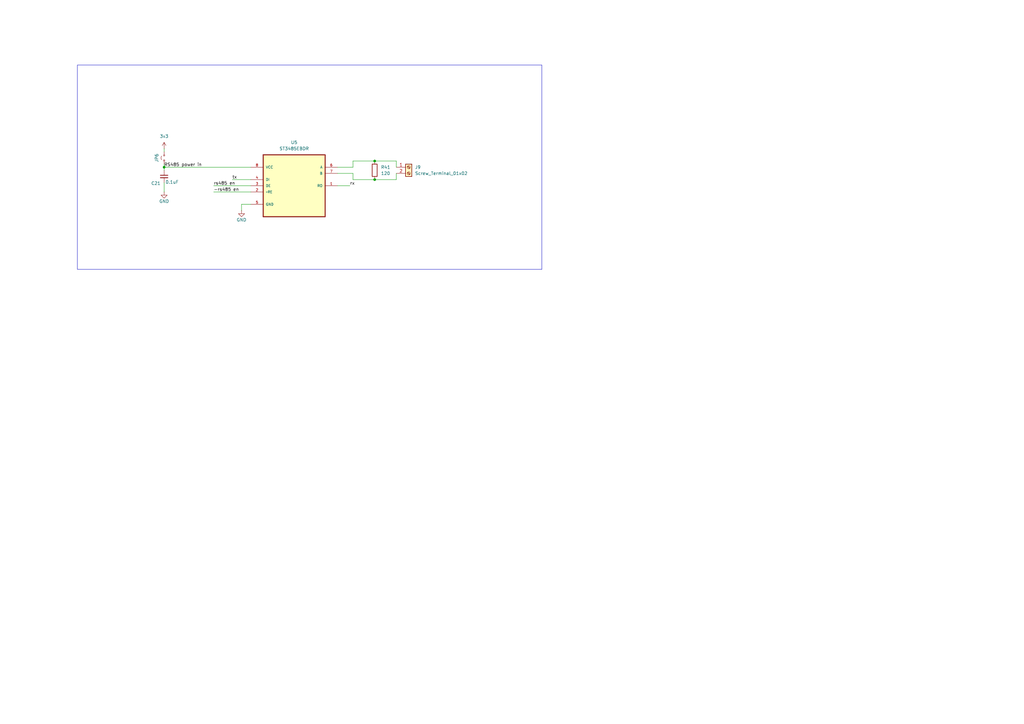
<source format=kicad_sch>
(kicad_sch (version 20250114) (generator "eeschema") (generator_version "9.0")
  (paper "A3")
  (rectangle (start 31.75 26.67) (end 222.25 110.49))
  (rectangle (start 44.45 487.68) (end 161.29 560.07))
  (rectangle (start 182.88 485.14) (end 331.47 566.42))
  (rectangle (start -290.83 -27.94) (end -16.51 210.82))
  (rectangle (start 445.77 243.84) (end 599.44 370.84))
  (rectangle (start -229.87 316.23) (end -13.97 458.47))
  (rectangle (start 2.54 309.88) (end 248.92 471.17))
  (text "MPL3115ARI" (at 321.056 349.25 0) (effects (font (size 1.27 1.27))))
  (text "DS18B20\n" (at 300.482 433.578 0) (effects (font (size 1.27 1.27))))
  (text "S1223" (at 298.704 390.906 0) (effects (font (size 1.27 1.27))))
  (text "INSPEED VORTEX\n" (at 303.276 382.0161 0) (effects (font (size 1.27 1.27))))
  (text "DAVIS 7852\n" (at 300.482 350.52 0) (effects (font (size 1.27 1.27))))
  (text "SHT25" (at 350.012 357.378 0) (effects (font (size 1.27 1.27))))
  (text "VH400" (at 299.974 414.274 0) (effects (font (size 1.27 1.27))))
  (text "INSPEED EVANE\n" (at 302.641 403.098 0) (effects (font (size 1.27 1.27))))
  (text_box "Strapping pins\n" (at 172.72 374.65 0) (size 52.07 45.72) (margins 0.9525 0.9525 0.9525 0.9525) (effects (font (size 1.27 1.27)) (justify left top)))
  (junction (at -175.26 17.78))
  (junction (at 83.82 523.24))
  (junction (at -161.29 422.91))
  (junction (at 69.85 513.08))
  (junction (at -99.06 53.34))
  (junction (at -142.24 364.49))
  (junction (at 530.86 285.75))
  (junction (at 468.63 266.7))
  (junction (at 278.13 513.08))
  (junction (at 100.33 535.94))
  (junction (at -114.3 31.75))
  (junction (at -85.09 53.34))
  (junction (at -92.71 53.34))
  (junction (at -242.57 26.67))
  (junction (at -161.29 414.02))
  (junction (at 208.28 500.38))
  (junction (at -101.6 31.75))
  (junction (at -154.94 364.49))
  (junction (at -92.71 375.92))
  (junction (at -248.92 63.5))
  (junction (at -148.59 374.65))
  (junction (at -81.28 403.86))
  (junction (at 59.69 369.57))
  (junction (at 256.54 500.38))
  (junction (at -77.47 66.04))
  (junction (at -77.47 53.34))
  (junction (at -67.31 97.79))
  (junction (at -259.08 5.08))
  (junction (at -259.08 15.24))
  (junction (at -170.18 414.02))
  (junction (at 153.67 400.05))
  (junction (at 542.29 350.52))
  (junction (at 52.07 369.57))
  (junction (at -92.71 66.04))
  (junction (at 256.54 523.24))
  (junction (at -260.35 31.75))
  (junction (at -107.95 41.91))
  (junction (at -170.18 422.91))
  (junction (at 530.86 276.86))
  (junction (at -260.35 41.91))
  (junction (at 491.49 342.9))
  (junction (at 153.67 73.66))
  (junction (at 509.27 350.52))
  (junction (at 158.75 374.65))
  (junction (at -250.19 101.6))
  (junction (at -154.94 414.02))
  (junction (at 151.13 402.59))
  (junction (at 149.86 374.65))
  (junction (at 213.36 520.7))
  (junction (at 541.02 276.86))
  (junction (at -85.09 392.43))
  (junction (at 468.63 281.94))
  (junction (at 67.31 68.58))
  (junction (at 283.21 435.61))
  (junction (at 201.93 383.54))
  (junction (at -241.3 0))
  (junction (at -85.09 66.04))
  (junction (at -236.22 26.67))
  (junction (at 491.49 349.25))
  (junction (at -63.5 375.92))
  (junction (at -52.07 143.51))
  (junction (at -85.09 406.4))
  (junction (at -234.95 0))
  (junction (at -251.46 15.24))
  (junction (at -67.31 107.95))
  (junction (at -254 110.49))
  (junction (at 278.13 533.4))
  (junction (at -242.57 41.91))
  (junction (at 509.27 276.86))
  (junction (at 35.56 375.92))
  (junction (at 153.67 66.04))
  (junction (at 149.86 364.49))
  (junction (at 83.82 513.08))
  (junction (at -254 101.6))
  (junction (at -241.3 15.24))
  (junction (at 158.75 364.49))
  (junction (at 472.44 281.94))
  (junction (at -252.73 41.91))
  (junction (at 251.46 520.7))
  (junction (at -266.7 99.06))
  (junction (at -52.07 156.21))
  (junction (at 208.28 533.4))
  (no_connect (at -248.92 88.9))
  (no_connect (at 100.33 520.7))
  (no_connect (at 100.33 518.16))
  (no_connect (at -109.22 416.56))
  (no_connect (at 535.94 346.71))
  (no_connect (at -248.92 86.36))
  (no_connect (at -248.92 73.66))
  (no_connect (at -179.07 81.28))
  (no_connect (at 535.94 342.9))
  (no_connect (at -179.07 86.36))
  (no_connect (at -179.07 83.82))
  (no_connect (at -248.92 83.82))
  (no_connect (at -81.28 143.51))
  (no_connect (at -248.92 91.44))
  (no_connect (at -248.92 76.2))
  (no_connect (at -182.88 17.78))
  (no_connect (at -179.07 76.2))
  (no_connect (at -213.36 83.82))
  (no_connect (at -248.92 71.12))
  (no_connect (at -248.92 78.74))
  (no_connect (at -213.36 71.12))
  (wire (pts (xy 67.31 74.93) (xy 67.31 78.74)))
  (wire (pts (xy 541.02 278.13) (xy 541.02 276.86)))
  (wire (pts (xy 52.07 369.57) (xy 59.69 369.57)))
  (wire (pts (xy -187.96 68.58) (xy -179.07 68.58)))
  (wire (pts (xy -175.26 403.86) (xy -175.26 406.4)))
  (wire (pts (xy 67.31 68.58) (xy 102.87 68.58)))
  (wire (pts (xy -187.96 96.52) (xy -179.07 96.52)))
  (wire (pts (xy -266.7 99.06) (xy -266.7 102.87)))
  (wire (pts (xy -252.73 26.67) (xy -242.57 26.67)))
  (wire (pts (xy 256.54 500.38) (xy 259.08 500.38)))
  (wire (pts (xy 120.65 415.29) (xy 156.21 415.29)))
  (wire (pts (xy -259.08 13.97) (xy -259.08 15.24)))
  (wire (pts (xy 468.63 281.94) (xy 472.44 281.94)))
  (wire (pts (xy 213.36 520.7) (xy 214.63 520.7)))
  (wire (pts (xy 330.2 359.41) (xy 340.36 359.41)))
  (wire (pts (xy 250.19 523.24) (xy 256.54 523.24)))
  (wire (pts (xy -128.27 111.76) (xy -124.46 111.76)))
  (wire (pts (xy 469.9 344.17) (xy 469.9 346.71)))
  (wire (pts (xy -254 67.31) (xy -254 63.5)))
  (wire (pts (xy -252.73 41.91) (xy -260.35 41.91)))
  (wire (pts (xy 455.93 279.4) (xy 478.79 279.4)))
  (wire (pts (xy -242.57 36.83) (xy -242.57 41.91)))
  (wire (pts (xy -124.46 111.76) (xy -124.46 113.03)))
  (wire (pts (xy 196.85 520.7) (xy 213.36 520.7)))
  (wire (pts (xy -128.27 71.12) (xy -118.11 71.12)))
  (wire (pts (xy -144.78 364.49) (xy -142.24 364.49)))
  (wire (pts (xy 201.93 408.94) (xy 201.93 407.67)))
  (wire (pts (xy 69.85 377.19) (xy 80.01 377.19)))
  (wire (pts (xy -63.5 53.34) (xy -67.31 53.34)))
  (wire (pts (xy -59.69 185.42) (xy -57.15 185.42)))
  (wire (pts (xy 201.93 383.54) (xy 201.93 386.08)))
  (wire (pts (xy -254 110.49) (xy -254 111.76)))
  (wire (pts (xy -250.19 101.6) (xy -254 101.6)))
  (wire (pts (xy 153.67 66.04) (xy 162.56 66.04)))
  (wire (pts (xy 495.3 346.71) (xy 495.3 349.25)))
  (wire (pts (xy -59.69 77.47) (xy -59.69 80.01)))
  (wire (pts (xy 149.86 364.49) (xy 149.86 367.03)))
  (wire (pts (xy -52.07 156.21) (xy -52.07 157.48)))
  (wire (pts (xy -251.46 10.16) (xy -251.46 15.24)))
  (wire (pts (xy 95.25 73.66) (xy 102.87 73.66)))
  (wire (pts (xy -123.19 396.24) (xy -95.25 396.24)))
  (wire (pts (xy -123.19 414.02) (xy -109.22 414.02)))
  (wire (pts (xy -154.94 414.02) (xy -148.59 414.02)))
  (wire (pts (xy 271.78 530.86) (xy 271.78 533.4)))
  (wire (pts (xy 474.98 295.91) (xy 474.98 298.45)))
  (wire (pts (xy 35.56 375.92) (xy 40.64 375.92)))
  (wire (pts (xy 469.9 334.01) (xy 469.9 336.55)))
  (wire (pts (xy -187.96 78.74) (xy -179.07 78.74)))
  (wire (pts (xy -195.58 410.21) (xy -195.58 412.75)))
  (wire (pts (xy -74.93 97.79) (xy -67.31 97.79)))
  (wire (pts (xy -101.6 34.29) (xy -101.6 31.75)))
  (wire (pts (xy 283.21 426.72) (xy 283.21 427.99)))
  (wire (pts (xy 59.69 369.57) (xy 59.69 373.38)))
  (wire (pts (xy -123.19 408.94) (xy -109.22 408.94)))
  (wire (pts (xy -234.95 0) (xy -219.71 0)))
  (wire (pts (xy 69.85 505.46) (xy 69.85 506.73)))
  (wire (pts (xy 158.75 375.92) (xy 158.75 374.65)))
  (wire (pts (xy -128.27 63.5) (xy -118.11 63.5)))
  (wire (pts (xy 144.78 66.04) (xy 153.67 66.04)))
  (wire (pts (xy 67.31 397.51) (xy 80.01 397.51)))
  (wire (pts (xy 189.23 353.06) (xy 189.23 355.6)))
  (wire (pts (xy 138.43 71.12) (xy 144.78 71.12)))
  (wire (pts (xy -154.94 420.37) (xy -154.94 422.91)))
  (wire (pts (xy -60.96 148.59) (xy -58.42 148.59)))
  (wire (pts (xy 256.54 523.24) (xy 257.81 523.24)))
  (wire (pts (xy -161.29 414.02) (xy -154.94 414.02)))
  (wire (pts (xy 45.72 375.92) (xy 52.07 375.92)))
  (wire (pts (xy -260.35 43.18) (xy -260.35 41.91)))
  (wire (pts (xy 158.75 373.38) (xy 158.75 374.65)))
  (wire (pts (xy -254 101.6) (xy -254 102.87)))
  (wire (pts (xy 59.69 355.6) (xy 59.69 358.14)))
  (wire (pts (xy 151.13 339.09) (xy 151.13 344.17)))
  (wire (pts (xy 158.75 355.6) (xy 158.75 356.87)))
  (wire (pts (xy -46.99 44.45) (xy -46.99 46.99)))
  (wire (pts (xy 67.31 387.35) (xy 80.01 387.35)))
  (wire (pts (xy -77.47 63.5) (xy -77.47 66.04)))
  (wire (pts (xy -99.06 53.34) (xy -99.06 55.88)))
  (wire (pts (xy 48.26 369.57) (xy 52.07 369.57)))
  (wire (pts (xy -92.71 66.04) (xy -99.06 66.04)))
  (wire (pts (xy 87.63 528.32) (xy 100.33 528.32)))
  (wire (pts (xy 495.3 349.25) (xy 491.49 349.25)))
  (wire (pts (xy -69.85 168.91) (xy -69.85 167.64)))
  (wire (pts (xy -60.96 146.05) (xy -48.26 146.05)))
  (wire (pts (xy -248.92 63.5) (xy -248.92 66.04)))
  (wire (pts (xy 120.65 410.21) (xy 156.21 410.21)))
  (wire (pts (xy -50.8 375.92) (xy -48.26 375.92)))
  (wire (pts (xy -213.36 107.95) (xy -250.19 107.95)))
  (wire (pts (xy -92.71 370.84) (xy -92.71 375.92)))
  (wire (pts (xy -85.09 391.16) (xy -85.09 392.43)))
  (wire (pts (xy 100.33 530.86) (xy 100.33 535.94)))
  (wire (pts (xy 273.05 435.61) (xy 283.21 435.61)))
  (wire (pts (xy 186.69 383.54) (xy 186.69 386.08)))
  (wire (pts (xy 153.67 400.05) (xy 157.48 400.05)))
  (wire (pts (xy -154.94 422.91) (xy -161.29 422.91)))
  (wire (pts (xy -77.47 66.04) (xy -85.09 66.04)))
  (wire (pts (xy 153.67 73.66) (xy 162.56 73.66)))
  (wire (pts (xy 67.31 68.58) (xy 67.31 69.85)))
  (wire (pts (xy 201.93 383.54) (xy 208.28 383.54)))
  (wire (pts (xy 269.24 382.27) (xy 288.29 382.27)))
  (wire (pts (xy -77.47 375.92) (xy -77.47 379.73)))
  (wire (pts (xy -236.22 26.67) (xy -220.98 26.67)))
  (wire (pts (xy 196.85 533.4) (xy 208.28 533.4)))
  (wire (pts (xy -97.79 40.64) (xy -97.79 36.83)))
  (wire (pts (xy 59.69 365.76) (xy 59.69 369.57)))
  (wire (pts (xy 513.08 346.71) (xy 495.3 346.71)))
  (wire (pts (xy -101.6 31.75) (xy -96.52 31.75)))
  (wire (pts (xy -114.3 34.29) (xy -114.3 31.75)))
  (wire (pts (xy -99.06 53.34) (xy -92.71 53.34)))
  (wire (pts (xy -142.24 364.49) (xy -137.16 364.49)))
  (wire (pts (xy -63.5 375.92) (xy -60.96 375.92)))
  (wire (pts (xy -285.75 31.75) (xy -275.59 31.75)))
  (wire (pts (xy -128.27 68.58) (xy -118.11 68.58)))
  (wire (pts (xy 120.65 407.67) (xy 156.21 407.67)))
  (wire (pts (xy -175.26 411.48) (xy -175.26 414.02)))
  (wire (pts (xy -266.7 110.49) (xy -254 110.49)))
  (wire (pts (xy 156.21 331.47) (xy 151.13 331.47)))
  (wire (pts (xy 76.2 523.24) (xy 83.82 523.24)))
  (wire (pts (xy 213.36 508) (xy 213.36 520.7)))
  (wire (pts (xy 156.21 339.09) (xy 151.13 339.09)))
  (wire (pts (xy 472.44 281.94) (xy 478.79 281.94)))
  (wire (pts (xy -154.94 414.02) (xy -154.94 415.29)))
  (wire (pts (xy -123.19 403.86) (xy -81.28 403.86)))
  (wire (pts (xy 189.23 363.22) (xy 189.23 365.76)))
  (wire (pts (xy -64.77 184.15) (xy -64.77 189.23)))
  (wire (pts (xy 270.51 350.52) (xy 288.29 350.52)))
  (wire (pts (xy -128.27 88.9) (xy -116.84 88.9)))
  (wire (pts (xy -242.57 31.75) (xy -242.57 26.67)))
  (wire (pts (xy 307.34 359.41) (xy 318.77 359.41)))
  (wire (pts (xy 120.65 389.89) (xy 142.24 389.89)))
  (wire (pts (xy 250.19 513.08) (xy 278.13 513.08)))
  (wire (pts (xy -123.19 31.75) (xy -114.3 31.75)))
  (wire (pts (xy -81.28 400.05) (xy -81.28 403.86)))
  (wire (pts (xy -101.6 39.37) (xy -101.6 41.91)))
  (wire (pts (xy 288.29 415.29) (xy 274.32 415.29)))
  (wire (pts (xy -142.24 367.03) (xy -142.24 364.49)))
  (wire (pts (xy -266.7 107.95) (xy -266.7 110.49)))
  (wire (pts (xy 251.46 508) (xy 251.46 520.7)))
  (wire (pts (xy 158.75 361.95) (xy 158.75 364.49)))
  (wire (pts (xy 120.65 379.73) (xy 130.81 379.73)))
  (wire (pts (xy -170.18 422.91) (xy -161.29 422.91)))
  (wire (pts (xy 120.65 422.91) (xy 123.19 422.91)))
  (wire (pts (xy 251.46 520.7) (xy 260.35 520.7)))
  (wire (pts (xy 151.13 402.59) (xy 157.48 402.59)))
  (wire (pts (xy -77.47 53.34) (xy -77.47 55.88)))
  (wire (pts (xy 307.34 361.95) (xy 318.77 361.95)))
  (wire (pts (xy 198.12 500.38) (xy 208.28 500.38)))
  (wire (pts (xy 556.26 262.89) (xy 556.26 265.43)))
  (wire (pts (xy 300.99 528.32) (xy 300.99 530.86)))
  (wire (pts (xy 491.49 335.28) (xy 491.49 336.55)))
  (wire (pts (xy -187.96 17.78) (xy -187.96 34.29)))
  (wire (pts (xy 102.87 83.82) (xy 99.06 83.82)))
  (wire (pts (xy -123.19 411.48) (xy -109.22 411.48)))
  (wire (pts (xy 149.86 364.49) (xy 158.75 364.49)))
  (wire (pts (xy -67.31 109.22) (xy -67.31 107.95)))
  (wire (pts (xy 123.19 422.91) (xy 123.19 424.18)))
  (wire (pts (xy -111.76 146.05) (xy -81.28 146.05)))
  (wire (pts (xy 271.78 533.4) (xy 278.13 533.4)))
  (wire (pts (xy -123.19 398.78) (xy -109.22 398.78)))
  (wire (pts (xy -114.3 41.91) (xy -114.3 39.37)))
  (wire (pts (xy -160.02 411.48) (xy -148.59 411.48)))
  (wire (pts (xy -161.29 396.24) (xy -161.29 393.7)))
  (wire (pts (xy 151.13 397.51) (xy 151.13 402.59)))
  (wire (pts (xy -194.31 63.5) (xy -179.07 63.5)))
  (wire (pts (xy 278.13 519.43) (xy 278.13 533.4)))
  (wire (pts (xy -148.59 374.65) (xy -154.94 374.65)))
  (wire (pts (xy -266.7 5.08) (xy -259.08 5.08)))
  (wire (pts (xy 83.82 523.24) (xy 100.33 523.24)))
  (wire (pts (xy -154.94 374.65) (xy -154.94 372.11)))
  (wire (pts (xy 509.27 276.86) (xy 530.86 276.86)))
  (wire (pts (xy -180.34 17.78) (xy -175.26 17.78)))
  (wire (pts (xy 270.51 391.16) (xy 288.29 391.16)))
  (wire (pts (xy -46.99 54.61) (xy -46.99 57.15)))
  (wire (pts (xy -160.02 408.94) (xy -148.59 408.94)))
  (wire (pts (xy -92.71 363.22) (xy -92.71 360.68)))
  (wire (pts (xy 38.1 369.57) (xy 35.56 369.57)))
  (wire (pts (xy -275.59 99.06) (xy -266.7 99.06)))
  (wire (pts (xy 67.31 389.89) (xy 80.01 389.89)))
  (wire (pts (xy 278.13 533.4) (xy 278.13 535.94)))
  (wire (pts (xy 120.65 372.11) (xy 130.81 372.11)))
  (wire (pts (xy 542.29 328.93) (xy 542.29 332.74)))
  (wire (pts (xy -59.69 168.91) (xy -59.69 167.64)))
  (wire (pts (xy 158.75 365.76) (xy 158.75 364.49)))
  (wire (pts (xy 162.56 66.04) (xy 162.56 68.58)))
  (wire (pts (xy -241.3 0) (xy -234.95 0)))
  (wire (pts (xy -85.09 66.04) (xy -92.71 66.04)))
  (wire (pts (xy 530.86 284.48) (xy 530.86 285.75)))
  (wire (pts (xy -213.36 91.44) (xy -203.2 91.44)))
  (wire (pts (xy 67.31 60.96) (xy 67.31 62.23)))
  (wire (pts (xy -60.96 143.51) (xy -52.07 143.51)))
  (wire (pts (xy -138.43 369.57) (xy -137.16 369.57)))
  (wire (pts (xy -92.71 53.34) (xy -92.71 55.88)))
  (wire (pts (xy -251.46 15.24) (xy -259.08 15.24)))
  (wire (pts (xy 35.56 369.57) (xy 35.56 375.92)))
  (wire (pts (xy -101.6 41.91) (xy -107.95 41.91)))
  (wire (pts (xy -123.19 406.4) (xy -85.09 406.4)))
  (wire (pts (xy 120.65 394.97) (xy 128.27 394.97)))
  (wire (pts (xy 509.27 292.1) (xy 511.81 292.1)))
  (wire (pts (xy -259.08 6.35) (xy -259.08 5.08)))
  (wire (pts (xy -63.5 378.46) (xy -63.5 375.92)))
  (wire (pts (xy 49.53 504.19) (xy 49.53 506.73)))
  (wire (pts (xy -92.71 53.34) (xy -85.09 53.34)))
  (wire (pts (xy -85.09 406.4) (xy -71.12 406.4)))
  (wire (pts (xy 283.21 435.61) (xy 288.29 435.61)))
  (wire (pts (xy 491.49 347.98) (xy 491.49 349.25)))
  (wire (pts (xy -85.09 392.43) (xy -81.28 392.43)))
  (wire (pts (xy -213.36 76.2) (xy -203.2 76.2)))
  (wire (pts (xy -254 63.5) (xy -248.92 63.5)))
  (wire (pts (xy -52.07 143.51) (xy -52.07 148.59)))
  (wire (pts (xy -242.57 26.67) (xy -236.22 26.67)))
  (wire (pts (xy -234.95 15.24) (xy -234.95 11.43)))
  (wire (pts (xy -251.46 0) (xy -241.3 0)))
  (wire (pts (xy 120.65 364.49) (xy 149.86 364.49)))
  (wire (pts (xy -128.27 53.34) (xy -99.06 53.34)))
  (wire (pts (xy 196.85 528.32) (xy 214.63 528.32)))
  (wire (pts (xy 208.28 533.4) (xy 214.63 533.4)))
  (wire (pts (xy -170.18 414.02) (xy -161.29 414.02)))
  (wire (pts (xy -241.3 15.24) (xy -234.95 15.24)))
  (wire (pts (xy -175.26 414.02) (xy -170.18 414.02)))
  (wire (pts (xy -254 107.95) (xy -254 110.49)))
  (wire (pts (xy 83.82 513.08) (xy 100.33 513.08)))
  (wire (pts (xy -251.46 15.24) (xy -241.3 15.24)))
  (wire (pts (xy -85.09 53.34) (xy -85.09 54.61)))
  (wire (pts (xy -262.89 101.6) (xy -254 101.6)))
  (wire (pts (xy 59.69 378.46) (xy 59.69 381)))
  (wire (pts (xy 278.13 505.46) (xy 278.13 506.73)))
  (wire (pts (xy 120.65 400.05) (xy 153.67 400.05)))
  (wire (pts (xy -111.76 148.59) (xy -81.28 148.59)))
  (wire (pts (xy -142.24 374.65) (xy -148.59 374.65)))
  (wire (pts (xy 278.13 511.81) (xy 278.13 513.08)))
  (wire (pts (xy 478.79 289.56) (xy 474.98 289.56)))
  (wire (pts (xy 69.85 513.08) (xy 69.85 514.35)))
  (wire (pts (xy 468.63 274.32) (xy 468.63 281.94)))
  (wire (pts (xy 250.19 520.7) (xy 251.46 520.7)))
  (wire (pts (xy 509.27 328.93) (xy 509.27 332.74)))
  (wire (pts (xy -194.31 66.04) (xy -179.07 66.04)))
  (wire (pts (xy -252.73 41.91) (xy -242.57 41.91)))
  (wire (pts (xy 269.24 405.13) (xy 288.29 405.13)))
  (wire (pts (xy 120.65 369.57) (xy 128.27 369.57)))
  (wire (pts (xy 138.43 374.65) (xy 149.86 374.65)))
  (wire (pts (xy -52.07 143.51) (xy -48.26 143.51)))
  (wire (pts (xy 49.53 524.51) (xy 49.53 527.05)))
  (wire (pts (xy 59.69 369.57) (xy 80.01 369.57)))
  (wire (pts (xy -195.58 420.37) (xy -195.58 422.91)))
  (wire (pts (xy 541.02 274.32) (xy 541.02 276.86)))
  (wire (pts (xy 208.28 500.38) (xy 213.36 500.38)))
  (wire (pts (xy -85.09 53.34) (xy -77.47 53.34)))
  (wire (pts (xy 120.65 384.81) (xy 130.81 384.81)))
  (wire (pts (xy -260.35 34.29) (xy -260.35 31.75)))
  (wire (pts (xy 509.27 276.86) (xy 509.27 279.4)))
  (wire (pts (xy 180.34 400.05) (xy 186.69 400.05)))
  (wire (pts (xy -59.69 107.95) (xy -67.31 107.95)))
  (wire (pts (xy -170.18 422.91) (xy -176.53 422.91)))
  (wire (pts (xy -123.19 393.7) (xy -107.95 393.7)))
  (wire (pts (xy -77.47 66.04) (xy -77.47 68.58)))
  (wire (pts (xy 100.33 535.94) (xy 100.33 542.29)))
  (wire (pts (xy -187.96 88.9) (xy -179.07 88.9)))
  (wire (pts (xy 138.43 369.57) (xy 138.43 374.65)))
  (wire (pts (xy -71.12 375.92) (xy -63.5 375.92)))
  (wire (pts (xy -59.69 87.63) (xy -59.69 92.71)))
  (wire (pts (xy -267.97 31.75) (xy -260.35 31.75)))
  (wire (pts (xy -85.09 62.23) (xy -85.09 66.04)))
  (wire (pts (xy -69.85 184.15) (xy -69.85 185.42)))
  (wire (pts (xy -67.31 100.33) (xy -67.31 97.79)))
  (wire (pts (xy 300.99 508) (xy 300.99 510.54)))
  (wire (pts (xy -123.19 401.32) (xy -109.22 401.32)))
  (wire (pts (xy 52.07 375.92) (xy 52.07 369.57)))
  (wire (pts (xy 468.63 266.7) (xy 472.44 266.7)))
  (wire (pts (xy -213.36 88.9) (xy -203.2 88.9)))
  (wire (pts (xy 300.99 518.16) (xy 300.99 520.7)))
  (wire (pts (xy -76.2 167.64) (xy -69.85 167.64)))
  (wire (pts (xy -114.3 31.75) (xy -111.76 31.75)))
  (wire (pts (xy -248.92 99.06) (xy -266.7 99.06)))
  (wire (pts (xy -85.09 400.05) (xy -85.09 406.4)))
  (wire (pts (xy -213.36 78.74) (xy -203.2 78.74)))
  (wire (pts (xy -58.42 148.59) (xy -58.42 156.21)))
  (wire (pts (xy -78.74 185.42) (xy -69.85 185.42)))
  (wire (pts (xy -58.42 156.21) (xy -52.07 156.21)))
  (wire (pts (xy -92.71 97.79) (xy -82.55 97.79)))
  (wire (pts (xy -236.22 41.91) (xy -236.22 38.1)))
  (wire (pts (xy -105.41 375.92) (xy -92.71 375.92)))
  (wire (pts (xy -111.76 140.97) (xy -81.28 140.97)))
  (wire (pts (xy -92.71 60.96) (xy -92.71 66.04)))
  (wire (pts (xy -63.5 40.64) (xy -63.5 41.91)))
  (wire (pts (xy -234.95 3.81) (xy -234.95 0)))
  (wire (pts (xy -52.07 153.67) (xy -52.07 156.21)))
  (wire (pts (xy 99.06 83.82) (xy 99.06 86.36)))
  (wire (pts (xy 120.65 392.43) (xy 142.24 392.43)))
  (wire (pts (xy -187.96 91.44) (xy -179.07 91.44)))
  (wire (pts (xy 472.44 274.32) (xy 472.44 281.94)))
  (wire (pts (xy 511.81 292.1) (xy 511.81 294.64)))
  (wire (pts (xy 254 541.02) (xy 254 543.56)))
  (wire (pts (xy 250.19 515.62) (xy 271.78 515.62)))
  (wire (pts (xy 87.63 78.74) (xy 102.87 78.74)))
  (wire (pts (xy 256.54 508) (xy 256.54 523.24)))
  (wire (pts (xy 278.13 514.35) (xy 278.13 513.08)))
  (wire (pts (xy -161.29 421.64) (xy -161.29 422.91)))
  (wire (pts (xy -187.96 73.66) (xy -179.07 73.66)))
  (wire (pts (xy -59.69 167.64) (xy -55.88 167.64)))
  (wire (pts (xy 120.65 397.51) (xy 128.27 397.51)))
  (wire (pts (xy -154.94 364.49) (xy -152.4 364.49)))
  (wire (pts (xy -252.73 36.83) (xy -252.73 41.91)))
  (wire (pts (xy 87.63 525.78) (xy 100.33 525.78)))
  (wire (pts (xy -63.5 386.08) (xy -63.5 388.62)))
  (wire (pts (xy -242.57 41.91) (xy -236.22 41.91)))
  (wire (pts (xy -128.27 66.04) (xy -118.11 66.04)))
  (wire (pts (xy 144.78 68.58) (xy 144.78 66.04)))
  (wire (pts (xy 144.78 71.12) (xy 144.78 73.66)))
  (wire (pts (xy -241.3 5.08) (xy -241.3 0)))
  (wire (pts (xy 530.86 285.75) (xy 541.02 285.75)))
  (wire (pts (xy 138.43 76.2) (xy 143.51 76.2)))
  (wire (pts (xy 87.63 76.2) (xy 102.87 76.2)))
  (wire (pts (xy 120.65 377.19) (xy 130.81 377.19)))
  (wire (pts (xy 469.9 354.33) (xy 469.9 356.87)))
  (wire (pts (xy 535.94 350.52) (xy 542.29 350.52)))
  (wire (pts (xy -46.99 34.29) (xy -46.99 36.83)))
  (wire (pts (xy 542.29 340.36) (xy 542.29 350.52)))
  (wire (pts (xy 83.82 513.08) (xy 83.82 514.35)))
  (wire (pts (xy 491.49 350.52) (xy 491.49 349.25)))
  (wire (pts (xy 556.26 283.21) (xy 556.26 285.75)))
  (wire (pts (xy 251.46 500.38) (xy 256.54 500.38)))
  (wire (pts (xy -128.27 58.42) (xy -113.03 58.42)))
  (wire (pts (xy -128.27 55.88) (xy -113.03 55.88)))
  (wire (pts (xy 49.53 514.35) (xy 49.53 516.89)))
  (wire (pts (xy 35.56 375.92) (xy 35.56 381)))
  (wire (pts (xy -166.37 364.49) (xy -154.94 364.49)))
  (wire (pts (xy 491.49 341.63) (xy 491.49 342.9)))
  (wire (pts (xy 542.29 350.52) (xy 546.1 350.52)))
  (wire (pts (xy 138.43 68.58) (xy 144.78 68.58)))
  (wire (pts (xy 151.13 326.39) (xy 151.13 331.47)))
  (wire (pts (xy 87.63 515.62) (xy 100.33 515.62)))
  (wire (pts (xy -104.14 31.75) (xy -101.6 31.75)))
  (wire (pts (xy 530.86 276.86) (xy 530.86 279.4)))
  (wire (pts (xy -185.42 17.78) (xy -185.42 34.29)))
  (wire (pts (xy -138.43 373.38) (xy -138.43 369.57)))
  (wire (pts (xy -176.53 422.91) (xy -176.53 425.45)))
  (wire (pts (xy -241.3 10.16) (xy -241.3 15.24)))
  (wire (pts (xy 120.65 417.83) (xy 156.21 417.83)))
  (wire (pts (xy -107.95 41.91) (xy -114.3 41.91)))
  (wire (pts (xy 149.86 372.11) (xy 149.86 374.65)))
  (wire (pts (xy 177.8 393.7) (xy 186.69 393.7)))
  (wire (pts (xy 120.65 382.27) (xy 156.21 382.27)))
  (wire (pts (xy -248.92 101.6) (xy -250.19 101.6)))
  (wire (pts (xy -284.48 5.08) (xy -274.32 5.08)))
  (wire (pts (xy -213.36 73.66) (xy -203.2 73.66)))
  (wire (pts (xy 144.78 73.66) (xy 153.67 73.66)))
  (wire (pts (xy -187.96 71.12) (xy -179.07 71.12)))
  (wire (pts (xy 143.51 336.55) (xy 156.21 336.55)))
  (wire (pts (xy -190.5 17.78) (xy -190.5 34.29)))
  (wire (pts (xy 509.27 350.52) (xy 513.08 350.52)))
  (wire (pts (xy 149.86 374.65) (xy 158.75 374.65)))
  (wire (pts (xy 530.86 276.86) (xy 541.02 276.86)))
  (wire (pts (xy -81.28 403.86) (xy -71.12 403.86)))
  (wire (pts (xy 120.65 412.75) (xy 156.21 412.75)))
  (wire (pts (xy 186.69 383.54) (xy 201.93 383.54)))
  (wire (pts (xy 69.85 520.7) (xy 69.85 519.43)))
  (wire (pts (xy 69.85 511.81) (xy 69.85 513.08)))
  (wire (pts (xy 208.28 508) (xy 208.28 533.4)))
  (wire (pts (xy 189.23 342.9) (xy 189.23 345.44)))
  (wire (pts (xy 67.31 67.31) (xy 67.31 68.58)))
  (wire (pts (xy 194.31 400.05) (xy 201.93 400.05)))
  (wire (pts (xy 468.63 264.16) (xy 468.63 266.7)))
  (wire (pts (xy -213.36 86.36) (xy -203.2 86.36)))
  (wire (pts (xy -92.71 375.92) (xy -88.9 375.92)))
  (wire (pts (xy 509.27 340.36) (xy 509.27 350.52)))
  (wire (pts (xy -154.94 367.03) (xy -154.94 364.49)))
  (wire (pts (xy -59.69 184.15) (xy -59.69 185.42)))
  (wire (pts (xy 120.65 387.35) (xy 130.81 387.35)))
  (wire (pts (xy 162.56 71.12) (xy 162.56 73.66)))
  (wire (pts (xy -99.06 66.04) (xy -99.06 60.96)))
  (wire (pts (xy -77.47 53.34) (xy -72.39 53.34)))
  (wire (pts (xy 491.49 342.9) (xy 513.08 342.9)))
  (wire (pts (xy 69.85 513.08) (xy 83.82 513.08)))
  (wire (pts (xy -97.79 36.83) (xy -96.52 36.83)))
  (wire (pts (xy 330.2 361.95) (xy 340.36 361.95)))
  (wire (pts (xy 556.26 273.05) (xy 556.26 275.59)))
  (wire (pts (xy 455.93 281.94) (xy 468.63 281.94)))
  (wire (pts (xy -250.19 107.95) (xy -250.19 101.6)))
  (wire (pts (xy -63.5 46.99) (xy -63.5 53.34)))
  (wire (pts (xy -78.74 375.92) (xy -77.47 375.92)))
  (wire (pts (xy -161.29 393.7) (xy -148.59 393.7)))
  (wire (pts (xy -142.24 372.11) (xy -142.24 374.65)))
  (wire (pts (xy 120.65 405.13) (xy 128.27 405.13)))
  (wire (pts (xy -59.69 102.87) (xy -59.69 107.95)))
  (wire (pts (xy -195.58 400.05) (xy -195.58 402.59)))
  (wire (pts (xy 186.69 408.94) (xy 186.69 407.67)))
  (wire (pts (xy 67.31 400.05) (xy 80.01 400.05)))
  (wire (pts (xy 474.98 289.56) (xy 474.98 290.83)))
  (wire (pts (xy 499.11 350.52) (xy 509.27 350.52)))
  (wire (pts (xy 83.82 521.97) (xy 83.82 523.24)))
  (wire (pts (xy -236.22 30.48) (xy -236.22 26.67)))
  (wire (pts (xy -259.08 16.51) (xy -259.08 15.24)))
  (wire (pts (xy 250.19 541.02) (xy 254 541.02)))
  (wire (pts (xy -170.18 421.64) (xy -170.18 422.91)))
  (wire (pts (xy 153.67 397.51) (xy 153.67 400.05)))
  (wire (pts (xy 193.04 393.7) (xy 201.93 393.7)))
  (wire (pts (xy -213.36 96.52) (xy -213.36 107.95)))
  (wire (pts (xy -175.26 17.78) (xy -175.26 21.59)))
  (wire (pts (xy -48.26 370.84) (xy -48.26 375.92)))
  (wire (pts (xy 120.65 402.59) (xy 151.13 402.59)))
  (wire (pts (xy 143.51 334.01) (xy 156.21 334.01)))
  (label "32khz" (at 260.35 520.7 0))
  (label "RX" (at 142.24 389.89 0))
  (label "strap2" (at 180.34 400.05 0))
  (label "RTC power input" (at 300.99 508 0))
  (label "RTC power input" (at 198.12 500.38 0))
  (label "rx" (at 67.31 400.05 0))
  (label "I2C SDA" (at 499.11 350.52 0))
  (label "strap12" (at 194.31 400.05 0))
  (label "strap15" (at 130.81 387.35 0))
  (label "strap 5" (at 130.81 377.19 0))
  (label "nreset" (at -220.98 26.67 0))
  (label "tx" (at 95.25 73.66 0))
  (label "tx" (at -187.96 88.9 0))
  (label "ESP32 power in" (at 189.23 342.9 0))
  (label "main ant" (at -123.19 31.75 0))
  (label "TX" (at -203.2 78.74 0))
  (label "MPL power input" (at 530.86 276.86 0))
  (label "LORA BOOT" (at -109.22 401.32 0))
  (label "strap 5" (at 177.8 393.7 0))
  (label "SIM DATA" (at -78.74 185.42 0))
  (label "DS18B20" (at 273.05 435.61 0))
  (label "rx" (at -187.96 91.44 0))
  (label "I2C SCL" (at 157.48 400.05 0))
  (label "I2C SDA" (at 455.93 281.94 0))
  (label "RTC RST" (at 196.85 528.32 0))
  (label "VSPI-MISO" (at 128.27 397.51 0))
  (label "I2C SDA" (at 157.48 402.59 0))
  (label "SHT25 power in" (at 491.49 342.9 0))
  (label "SD power in" (at 49.53 504.19 0))
  (label "rx" (at 143.51 336.55 0))
  (label "D+" (at -185.42 34.29 90))
  (label "GSM_pw in" (at -63.5 53.34 0))
  (label "I2C SCL" (at 196.85 520.7 0))
  (label "lora power in" (at -195.58 400.05 0))
  (label "strap15" (at 193.04 393.7 0))
  (label "MPL power input" (at 468.63 264.16 0))
  (label "LORA BOOT" (at -71.12 375.92 0))
  (label "SHT25 power in" (at 542.29 328.93 0))
  (label "LORA ANT" (at -166.37 364.49 0))
  (label "nreset" (at -194.31 66.04 0))
  (label "rx" (at 143.51 76.2 0))
  (label "LORA RST" (at -105.41 375.92 0))
  (label "GSM_pw in" (at -46.99 34.29 0))
  (label "tx" (at 67.31 397.51 0))
  (label "I2C SDA" (at 196.85 533.4 0))
  (label "VH400" (at 140.97 407.67 0))
  (label "RTC power input" (at 259.08 500.38 0))
  (label "lora power in" (at -85.09 391.16 0))
  (label "SIM CLK" (at -118.11 63.5 0))
  (label "DS18B20" (at 140.97 417.83 0))
  (label "D-" (at -187.96 73.66 0))
  (label "SIM VDD" (at -55.88 167.64 0))
  (label "RS485 power in" (at 67.31 68.58 0))
  (label "tx" (at 143.51 334.01 0))
  (label "INSPEED VORTEX" (at 140.97 410.21 0))
  (label "rs485 en" (at 87.63 76.2 0))
  (label "pwkey" (at -194.31 63.5 0))
  (label "I2C SCL" (at 307.34 359.41 0))
  (label "strap12" (at 130.81 379.73 0))
  (label "SD CS" (at 130.81 384.81 0))
  (label "INSPEED VORTEX" (at 269.24 382.27 0))
  (label "ri" (at -203.2 86.36 0))
  (label "32khz" (at 69.85 377.19 0))
  (label "VSPI-CLK" (at 87.63 528.32 0))
  (label "ESP32 power in" (at 59.69 355.6 0))
  (label "VSPI-MISO" (at 87.63 515.62 0))
  (label "I2C SCL" (at 546.1 350.52 0))
  (label "GSM_pw in" (at -59.69 69.85 0))
  (label "VDD_EXT" (at -113.03 55.88 0))
  (label "ri" (at -187.96 78.74 0))
  (label "RTC power input" (at 278.13 513.08 0))
  (label "I2C SCL" (at 455.93 279.4 0))
  (label "VH400" (at 274.32 415.29 0))
  (label "SIM RST" (at -76.2 167.64 0))
  (label "SIM DET" (at -48.26 146.05 0))
  (label "SIM CLK" (at -57.15 185.42 0))
  (label "main ant" (at -187.96 96.52 0))
  (label "SIM DATA" (at -118.11 71.12 0))
  (label "netlight" (at -116.84 88.9 0))
  (label "RTC INT" (at 257.81 523.24 0))
  (label "-rs485 en" (at 87.63 78.74 0))
  (label "TX" (at 142.24 392.43 0))
  (label "tx" (at -203.2 91.44 0))
  (label "-rs485 en" (at 67.31 389.89 0))
  (label "lora power in" (at -92.71 360.68 0))
  (label "SD CS" (at 76.2 523.24 0))
  (label "I2C SDA" (at 330.2 361.95 0))
  (label "D+" (at -187.96 71.12 0))
  (label "pwkey" (at -219.71 0 0))
  (label "VDD_EXT" (at -262.89 101.6 0))
  (label "rx" (at -203.2 88.9 0))
  (label "SIM CLK" (at -111.76 146.05 0))
  (label "SIM RST" (at -118.11 66.04 0))
  (label "MPL power input" (at 556.26 262.89 0))
  (label "GSM_pw in" (at -275.59 99.06 0))
  (label "LORA RST" (at -109.22 398.78 0))
  (label "ESP32 power in" (at 149.86 364.49 0))
  (label "rs485 en" (at 67.31 387.35 0))
  (label "SIM VDD" (at -113.03 58.42 0))
  (label "VBUS" (at -190.5 34.29 90))
  (label "SHT25 power in" (at 469.9 334.01 0))
  (label "LORA ANT" (at -107.95 393.7 0))
  (label "VSPI-CLK" (at 128.27 394.97 0))
  (label "I2C SDA" (at -71.12 406.4 0))
  (label "INSPEEED VANE" (at 140.97 412.75 0))
  (label "SIM VDD" (at -48.26 143.51 0))
  (label "VSPI-MOSI" (at 128.27 405.13 0))
  (label "lora power in" (at -48.26 370.84 0))
  (label "SIM DATA" (at -111.76 148.59 0))
  (label "S1223" (at 142.24 382.27 0))
  (label "I2C SDA" (at 307.34 361.95 0))
  (label "lora power in" (at -173.99 414.02 0))
  (label "netlight" (at -92.71 97.79 0))
  (label "SHT25 power in" (at 509.27 328.93 0))
  (label "SIM DET" (at -118.11 68.58 0))
  (label "strap2" (at 130.81 372.11 0))
  (label "DAVIS 7852" (at 140.97 415.29 0))
  (label "VSPI-MOSI" (at 87.63 525.78 0))
  (label "INSPEEED VANE" (at 269.24 405.13 0))
  (label "S1223" (at 270.51 391.16 0))
  (label "SD power in" (at 69.85 513.08 0))
  (label "I2C SCL" (at -71.12 403.86 0))
  (label "DAVIS 7852" (at 270.51 350.52 0))
  (label "D-" (at -187.96 34.29 90))
  (label "RI" (at -203.2 73.66 0))
  (label "power in" (at 208.28 383.54 0))
  (label "I2C SCL" (at 330.2 359.41 0))
  (label "SIM RST" (at -111.76 140.97 0))
  (label "RX" (at -203.2 76.2 0))
  (label "VBUS" (at -187.96 68.58 0))
  (symbol (lib_id "power:GND") (at -195.58 422.91 0) (unit 1)
    (property "Reference" "#PWR029" (effects (hide yes)))
    (property "Value" "GND" (at -195.58 426.72 0))
  )
  (symbol (lib_id "Device:R") (at 83.82 518.16 180) (unit 1)
    (property "Reference" "R32" (at 86.36 516.8899 0) (effects (justify right)))
    (property "Value" "1k" (at 86.36 519.4299 0) (effects (justify right)))
    (property "Footprint" "Resistor_SMD:R_0603_1608Metric" (effects (hide yes)))
    (property "Description" "Resistor" (effects (hide yes)))
  )
  (symbol (lib_id "Switch:SW_SPST") (at 43.18 369.57 0) (unit 1)
    (property "Reference" "SW1" (at 43.18 363.22 0))
    (property "Value" "SW_SPST" (at 43.18 365.76 0))
    (property "Footprint" "Button_Switch_THT:SW_PUSH_6mm" (effects (hide yes)))
    (property "Description" "Single Pole Single Throw (SPST) switch" (effects (hide yes)))
  )
  (symbol (lib_id "Device:C_Small") (at -114.3 36.83 0) (unit 1) (dnp yes)
    (property "Reference" "C13" (at -118.11 34.798 0) (effects (justify left)))
    (property "Value" "Cm" (at -120.142 38.862 0) (effects (justify left)))
    (property "Footprint" "Capacitor_SMD:C_0603_1608Metric" (effects (hide yes)))
    (property "Description" "Unpolarized capacitor, small symbol" (effects (hide yes)))
  )
  (symbol (lib_id "power:GND") (at -46.99 57.15 0) (unit 1)
    (property "Reference" "#PWR030" (effects (hide yes)))
    (property "Value" "GND" (at -46.99 60.96 0))
  )
  (symbol (lib_id "Switch:SW_SPST") (at -55.88 375.92 0) (unit 1)
    (property "Reference" "SW4" (at -55.88 368.808 0))
    (property "Value" "SW_SPST" (at -55.88 372.364 0))
    (property "Footprint" "Button_Switch_THT:SW_PUSH_6mm" (effects (hide yes)))
    (property "Description" "Single Pole Single Throw (SPST) switch" (effects (hide yes)))
  )
  (symbol (lib_id "Connector:Conn_01x01_Pin") (at 161.29 382.27 180) (unit 1)
    (property "Reference" "J16" (at 162.306 380.492 0))
    (property "Value" "Conn_01x01_Pin" (effects (hide yes)))
    (property "Footprint" "Connector_PinHeader_1.00mm:PinHeader_1x01_P1.00mm_Vertical" (effects (hide yes)))
    (property "Description" "Generic connector, single row, 01x01, script generated" (effects (hide yes)))
  )
  (symbol (lib_id "TXB0108RGYR:TXB0108RGYR") (at -231.14 81.28 180) (unit 1)
    (property "Reference" "U6" (at -231.14 55.88 0))
    (property "Value" "TXB0108RGYR" (at -231.14 58.42 0))
    (property "Footprint" "TXB0108RGYR:IC_TXB0108RGYR" (effects (hide yes)))
    (property "MF" "Texas Instruments" (effects (hide yes)))
    (property "MAXIMUM_PACKAGE_HEIGHT" "1 mm" (effects (hide yes)))
    (property "Package" "VQFN-20 Texas Instruments" (effects (hide yes)))
    (property "Price" "None" (effects (hide yes)))
    (property "Check_prices" "https://www.snapeda.com/parts/TXB0108RGYR/Texas+Instruments/view-part/?ref=eda" (effects (hide yes)))
    (property "STANDARD" "Manufacturer recommendations" (effects (hide yes)))
    (property "PARTREV" "H" (effects (hide yes)))
    (property "SnapEDA_Link" "https://www.snapeda.com/parts/TXB0108RGYR/Texas+Instruments/view-part/?ref=snap" (effects (hide yes)))
    (property "MP" "TXB0108RGYR" (effects (hide yes)))
    (property "Description_1" "8-Bit Bidirectional Voltage-Level Shifter with Auto Direction Sensing and +/-15-kV ESD Protect" (effects (hide yes)))
    (property "Availability" "In Stock" (effects (hide yes)))
    (property "MANUFACTURER" "Texas Instruments" (effects (hide yes)))
  )
  (symbol (lib_id "Connector:Conn_01x04_Pin") (at 345.44 361.95 180) (unit 1)
    (property "Reference" "J13" (at 346.71 359.4099 0) (effects (justify right)))
    (property "Value" "Conn_01x04_Pin" (effects (hide yes)))
    (property "Footprint" "Connector_Phoenix_MC:PhoenixContact_MC_1,5_4-GF-3.5_1x04_P3.50mm_Horizontal_ThreadedFlange_MountHole" (effects (hide yes)))
    (property "Description" "Generic connector, single row, 01x04, script generated" (effects (hide yes)))
  )
  (symbol (lib_id "Device:R") (at 153.67 69.85 180) (unit 1)
    (property "Reference" "R41" (at 156.21 68.5799 0) (effects (justify right)))
    (property "Value" "120" (at 156.21 71.1199 0) (effects (justify right)))
    (property "Footprint" "Resistor_SMD:R_0603_1608Metric" (effects (hide yes)))
    (property "Description" "Resistor" (effects (hide yes)))
  )
  (symbol (lib_id "Device:R") (at 509.27 336.55 180) (unit 1)
    (property "Reference" "R17" (at 504.19 333.248 0) (effects (justify right)))
    (property "Value" "4.7k" (at 503.174 336.55 0) (effects (justify right)))
    (property "Footprint" "Resistor_SMD:R_0603_1608Metric" (effects (hide yes)))
    (property "Description" "Resistor" (effects (hide yes)))
  )
  (symbol (lib_id "power:VCC") (at 541.02 269.24 0) (unit 1)
    (property "Reference" "#PWR039" (effects (hide yes)))
    (property "Value" "3v3" (at 541.02 264.16 0))
    (property "Description" "Power symbol creates a global label with name \"VCC\"" (effects (hide yes)))
  )
  (symbol (lib_id "power:GND") (at -176.53 425.45 0) (unit 1)
    (property "Reference" "#PWR025" (effects (hide yes)))
    (property "Value" "GND" (at -176.53 429.26 0))
  )
  (symbol (lib_id "power:VCC") (at 67.31 60.96 0) (unit 1)
    (property "Reference" "#PWR061" (effects (hide yes)))
    (property "Value" "3v3" (at 67.31 55.88 0))
    (property "Description" "Power symbol creates a global label with name \"VCC\"" (effects (hide yes)))
  )
  (symbol (lib_id "Device:R") (at 300.99 514.35 180) (unit 1)
    (property "Reference" "R38" (at 304.8 513.0799 0) (effects (justify right)))
    (property "Value" "1k" (at 304.8 515.6199 0) (effects (justify right)))
    (property "Footprint" "Resistor_SMD:R_0603_1608Metric" (effects (hide yes)))
    (property "Description" "Resistor" (effects (hide yes)))
  )
  (symbol (lib_id "power:VCC") (at -175.26 403.86 0) (unit 1)
    (property "Reference" "#PWR026" (effects (hide yes)))
    (property "Value" "3v3" (at -175.26 398.78 0))
    (property "Description" "Power symbol creates a global label with name \"VCC\"" (effects (hide yes)))
  )
  (symbol (lib_id "RA-08H:Ai-Thinker RA-08H") (at -135.89 398.78 0) (unit 1)
    (property "Reference" "U3" (at -135.89 386.08 0))
    (property "Value" "Ai-Thinker RA-08H" (at -135.89 388.62 0))
    (property "Footprint" "RA-08H-Ai-Thinker-Symbol-Kicad-88998:RA-08H" (effects (hide yes)))
    (property "Datasheet" "https://docs.ai-thinker.com/_media/lora/docs/ra-08h_v1.1.0_specification.pdf" (effects (hide yes)))
  )
  (symbol (lib_id "Device:C_Small") (at -52.07 151.13 0) (unit 1)
    (property "Reference" "C12" (at -51.308 149.098 0) (effects (justify left)))
    (property "Value" "0.1uF" (at -51.054 153.162 0) (effects (justify left)))
    (property "Footprint" "Capacitor_SMD:C_0603_1608Metric" (effects (hide yes)))
    (property "Description" "Unpolarized capacitor, small symbol" (effects (hide yes)))
  )
  (symbol (lib_id "Device:C_Small") (at 474.98 293.37 0) (unit 1)
    (property "Reference" "C26" (at 470.154 291.592 0) (effects (justify left)))
    (property "Value" "0.1uF" (at 469.392 295.402 0) (effects (justify left)))
    (property "Footprint" "Capacitor_SMD:C_0603_1608Metric" (effects (hide yes)))
    (property "Description" "Unpolarized capacitor, small symbol" (effects (hide yes)))
  )
  (symbol (lib_id "power:GND") (at 151.13 344.17 0) (unit 1)
    (property "Reference" "#PWR06" (effects (hide yes)))
    (property "Value" "GND" (at 151.13 349.25 0))
    (property "Description" "Power symbol creates a global label with name \"GND\" , ground" (effects (hide yes)))
  )
  (symbol (lib_id "Jumper:Jumper_2_Small_Open") (at 541.02 271.78 90) (unit 1)
    (property "Reference" "JP8" (at 537.972 271.78 0))
    (property "Value" "Jumper_2_Small_Open" (effects (hide yes)))
    (property "Footprint" "Jumper:SolderJumper-2_P1.3mm_Open_RoundedPad1.0x1.5mm" (effects (hide yes)))
    (property "Description" "Jumper, 2-pole, small symbol, open" (effects (hide yes)))
  )
  (symbol (lib_id "Device:R") (at -67.31 104.14 180) (unit 1)
    (property "Reference" "R11" (at -71.12 100.584 0) (effects (justify right)))
    (property "Value" "4.7k" (at -72.898 102.87 0) (effects (justify right)))
    (property "Footprint" "Resistor_SMD:R_0603_1608Metric" (effects (hide yes)))
    (property "Description" "Resistor" (effects (hide yes)))
  )
  (symbol (lib_id "power:VCC") (at -63.5 40.64 0) (unit 1)
    (property "Reference" "#PWR011" (effects (hide yes)))
    (property "Value" "3v3" (at -63.5 35.56 0))
    (property "Description" "Power symbol creates a global label with name \"VCC\"" (effects (hide yes)))
  )
  (symbol (lib_id "Connector:Conn_01x04_Pin") (at 161.29 336.55 180) (unit 1)
    (property "Reference" "J3" (at 162.56 334.0099 0) (effects (justify right)))
    (property "Value" "Conn_01x04_Pin" (at 162.56 336.5499 0) (effects (justify right)))
    (property "Footprint" "Connector_PinHeader_1.00mm:PinHeader_1x04_P1.00mm_Vertical" (effects (hide yes)))
    (property "Description" "Generic connector, single row, 01x04, script generated" (effects (hide yes)))
  )
  (symbol (lib_id "Device:LED") (at 556.26 279.4 90) (unit 1) (dnp yes)
    (property "Reference" "D6" (at 560.07 279.7174 90) (effects (justify right)))
    (property "Value" "NET_LED" (at 560.07 282.2574 90) (effects (justify right)))
    (property "Footprint" "Diode_SMD:D_0603_1608Metric" (effects (hide yes)))
    (property "Description" "Light emitting diode" (effects (hide yes)))
  )
  (symbol (lib_id "MPL3115A2:MPL3115A2") (at 494.03 284.48 0) (unit 1)
    (property "Reference" "U8" (at 494.03 269.24 0))
    (property "Value" "MPL3115A2" (at 494.03 271.78 0))
    (property "Footprint" "MPL3115A2:PSON125P300X500X120-8N" (effects (hide yes)))
    (property "MF" "NXP Semiconductors" (effects (hide yes)))
    (property "Description_1" "Pressure Sensor 7.25PSI ~ 15.95PSI (50kPa ~ 110kPa) Absolute - 24 b 8-TLGA" (effects (hide yes)))
    (property "Package" "TLGA-8 NXP Semiconductors" (effects (hide yes)))
    (property "Price" "None" (effects (hide yes)))
    (property "Check_prices" "https://www.snapeda.com/parts/MPL3115A2/NXP+Semiconductors/view-part/?ref=eda" (effects (hide yes)))
    (property "SnapEDA_Link" "https://www.snapeda.com/parts/MPL3115A2/NXP+Semiconductors/view-part/?ref=snap" (effects (hide yes)))
    (property "MP" "MPL3115A2" (effects (hide yes)))
    (property "Availability" "In Stock" (effects (hide yes)))
    (property "MANUFACTURER" "Freescale Semiconductor" (effects (hide yes)))
  )
  (symbol (lib_id "Device:R") (at 189.23 349.25 180) (unit 1)
    (property "Reference" "R29" (at 193.04 347.9799 0) (effects (justify right)))
    (property "Value" "1k" (at 193.04 350.5199 0) (effects (justify right)))
    (property "Footprint" "Resistor_SMD:R_0603_1608Metric" (effects (hide yes)))
    (property "Description" "Resistor" (effects (hide yes)))
  )
  (symbol (lib_id "power:VCC") (at 158.75 355.6 0) (unit 1)
    (property "Reference" "#PWR04" (effects (hide yes)))
    (property "Value" "3v3" (at 158.75 350.52 0))
    (property "Description" "Power symbol creates a global label with name \"VCC\"" (effects (hide yes)))
  )
  (symbol (lib_id "power:GND") (at 69.85 520.7 0) (unit 1)
    (property "Reference" "#PWR055" (effects (hide yes)))
    (property "Value" "GND" (at 69.85 525.78 0))
    (property "Description" "Power symbol creates a global label with name \"GND\" , ground" (effects (hide yes)))
  )
  (symbol (lib_id "Device:FerriteBead_Small") (at -69.85 53.34 90) (unit 1)
    (property "Reference" "FB1" (at -69.8881 46.99 90))
    (property "Value" "FerriteBead_Small" (effects (hide yes)))
    (property "Footprint" "BLM03HG601SZ1D:BEADC0603X33N" (effects (hide yes)))
    (property "Description" "Ferrite bead, small symbol" (effects (hide yes)))
  )
  (symbol (lib_id "Jumper:Jumper_2_Small_Open") (at 491.49 339.09 90) (unit 1)
    (property "Reference" "JP7" (at 488.442 339.09 0))
    (property "Value" "Jumper_2_Small_Open" (effects (hide yes)))
    (property "Footprint" "Jumper:SolderJumper-2_P1.3mm_Open_RoundedPad1.0x1.5mm" (effects (hide yes)))
    (property "Description" "Jumper, 2-pole, small symbol, open" (effects (hide yes)))
  )
  (symbol (lib_id "power:GND") (at -254 67.31 0) (unit 1)
    (property "Reference" "#PWR017" (effects (hide yes)))
    (property "Value" "GND" (at -254 72.39 0))
    (property "Description" "Power symbol creates a global label with name \"GND\" , ground" (effects (hide yes)))
  )
  (symbol (lib_id "power:VCC") (at 69.85 505.46 0) (unit 1)
    (property "Reference" "#PWR054" (effects (hide yes)))
    (property "Value" "3v3" (at 69.85 500.38 0))
    (property "Description" "Power symbol creates a global label with name \"VCC\"" (effects (hide yes)))
  )
  (symbol (lib_id "Device:R") (at 472.44 270.51 180) (unit 1)
    (property "Reference" "R19" (at 474.98 269.2399 0) (effects (justify right)))
    (property "Value" "4.7k" (at 474.98 271.7799 0) (effects (justify right)))
    (property "Footprint" "Resistor_SMD:R_0603_1608Metric" (effects (hide yes)))
    (property "Description" "Resistor" (effects (hide yes)))
  )
  (symbol (lib_id "Device:C_Small") (at -101.6 36.83 0) (unit 1) (dnp yes)
    (property "Reference" "C14" (at -101.346 35.052 0) (effects (justify left)))
    (property "Value" "Cm" (at -105.664 38.608 0) (effects (justify left)))
    (property "Footprint" "Capacitor_SMD:C_0603_1608Metric" (effects (hide yes)))
    (property "Description" "Unpolarized capacitor, small symbol" (effects (hide yes)))
  )
  (symbol (lib_id "Device:C_Small") (at 149.86 369.57 0) (unit 1)
    (property "Reference" "C4" (at 146.05 367.538 0) (effects (justify left)))
    (property "Value" "0.1uF" (at 143.764 372.11 0) (effects (justify left)))
    (property "Footprint" "Capacitor_SMD:C_0603_1608Metric" (effects (hide yes)))
    (property "Description" "Unpolarized capacitor, small symbol" (effects (hide yes)))
  )
  (symbol (lib_id "PCM_JLCPCB-Diodes:TVS-Uni,SMAJ10A") (at -236.22 34.29 180) (unit 1)
    (property "Reference" "D3" (at -232.41 32.7024 0) (effects (justify right)))
    (property "Value" "PESDHC3D3V3U" (at -232.41 35.2425 0) (effects (font (size 0.8 0.8)) (justify right)))
    (property "Footprint" "Diode_SMD:D_SOD-323F" (effects (hide yes)))
    (property "Datasheet" "https://www.lcsc.com/datasheet/lcsc_datasheet_2409191648_hongjiacheng-SMAJ10A_C41376407.pdf" (effects (hide yes)))
    (property "Description" "17V 400W 12.3V Unidirectional 10V SMA ESD and Surge Protection (TVS/ESD) ROHS" (effects (hide yes)))
    (property "LCSC" "C41376407" (effects (hide yes)))
    (property "Stock" "10749" (effects (hide yes)))
    (property "Price" "0.036USD" (effects (hide yes)))
    (property "Process" "SMT" (effects (hide yes)))
    (property "Minimum Qty" "5" (effects (hide yes)))
    (property "Attrition Qty" "2" (effects (hide yes)))
    (property "Class" "Preferred Component" (effects (hide yes)))
    (property "Category" "Circuit Protection,ESD And Surge Protection (TVS/ESD)" (effects (hide yes)))
    (property "Manufacturer" "hongjiacheng" (effects (hide yes)))
    (property "Part" "SMAJ10A" (effects (hide yes)))
    (property "Operating Temperature" "-55°C~+155°C" (effects (hide yes)))
    (property "Type" "TVS" (effects (hide yes)))
    (property "Peak Pulse Power Dissipation (Ppp)" "400W" (effects (hide yes)))
    (property "Number of Lines" "Single channel" (effects (hide yes)))
    (property "Breakdown Voltage" "12.3V" (effects (hide yes)))
    (property "Maximum Clamping Voltage" "17V" (effects (hide yes)))
    (property "Reverse Stand-Off Voltage (Vrwm)" "10V" (effects (hide yes)))
    (property "Reverse Leakage Current (Ir)" "5uA" (effects (hide yes)))
    (property "polarity" "Unidirectional" (effects (hide yes)))
  )
  (symbol (lib_id "Device:R") (at 469.9 340.36 180) (unit 1) (dnp yes)
    (property "Reference" "R15" (at 473.71 339.0899 0) (effects (justify right)))
    (property "Value" "1k" (at 473.71 341.6299 0) (effects (justify right)))
    (property "Footprint" "Resistor_SMD:R_0603_1608Metric" (effects (hide yes)))
    (property "Description" "Resistor" (effects (hide yes)))
  )
  (symbol (lib_id "Connector:Conn_01x02_Pin") (at -104.14 411.48 180) (unit 1)
    (property "Reference" "J6" (at -102.87 408.9399 0) (effects (justify right)))
    (property "Value" "Conn_01x02_Pin" (at -102.87 411.4799 0) (effects (justify right)))
    (property "Footprint" "Connector_PinHeader_1.00mm:PinHeader_1x02_P1.00mm_Vertical" (effects (hide yes)))
    (property "Description" "Generic connector, single row, 01x02, script generated" (effects (hide yes)))
  )
  (symbol (lib_id "power:GND") (at 254 543.56 0) (unit 1)
    (property "Reference" "#PWR059" (effects (hide yes)))
    (property "Value" "GND" (at 254 547.37 0))
  )
  (symbol (lib_id "diode:Diode") (at -170.18 417.83 90) (unit 1)
    (property "Reference" "D11" (at -167.64 416.5599 90) (effects (justify right)))
    (property "Value" "PESDHC2FD4V5B" (at -177.8 424.942 90) (effects (justify right)))
    (property "Footprint" "Package_DFN_QFN:Diodes_DFN1006-3" (effects (hide yes)))
    (property "Datasheet" "https://diotec.com/de/produktliste/D.html" (effects (hide yes)))
    (property "Description" "Diode" (effects (hide yes)))
  )
  (symbol (lib_id "Device:C_Small") (at -241.3 7.62 0) (unit 1)
    (property "Reference" "C8" (at -245.11 5.588 0) (effects (justify left)))
    (property "Value" "0.1uF" (at -247.142 9.652 0) (effects (justify left)))
    (property "Footprint" "Capacitor_SMD:C_0603_1608Metric" (effects (hide yes)))
    (property "Description" "Unpolarized capacitor, small symbol" (effects (hide yes)))
  )
  (symbol (lib_id "power:GND") (at 186.69 408.94 0) (unit 1)
    (property "Reference" "#PWR08" (effects (hide yes)))
    (property "Value" "GND" (at 189.738 408.432 0))
    (property "Description" "Power symbol creates a global label with name \"GND\" , ground" (effects (hide yes)))
  )
  (symbol (lib_id "Device:R") (at -107.95 31.75 90) (unit 1)
    (property "Reference" "R13" (at -107.95 25.4 90))
    (property "Value" "0R" (at -107.95 27.94 90))
    (property "Footprint" "Resistor_SMD:R_0603_1608Metric" (effects (hide yes)))
    (property "Description" "Resistor" (effects (hide yes)))
  )
  (symbol (lib_id "BHX1-1225-PC:BHX1-1225-PC") (at 271.78 523.24 270) (unit 1)
    (property "Reference" "BT1" (at 266.954 520.7 90) (effects (justify left)))
    (property "Value" "BHX1-1225-PC" (at 264.922 526.796 90) (effects (justify left)))
    (property "Footprint" "BHX1-1225-PC:BAT_BHX1-1225-PC" (effects (hide yes)))
    (property "MF" "MPD" (effects (hide yes)))
    (property "MAXIMUM_PACKAGE_HEIGHT" "2.9mm" (effects (hide yes)))
    (property "Package" "None" (effects (hide yes)))
    (property "Price" "None" (effects (hide yes)))
    (property "Check_prices" "https://www.snapeda.com/parts/BHX1-1225-PC/MPD/view-part/?ref=eda" (effects (hide yes)))
    (property "STANDARD" "Manufacturer Recommendations" (effects (hide yes)))
    (property "PARTREV" "H" (effects (hide yes)))
    (property "SnapEDA_Link" "https://www.snapeda.com/parts/BHX1-1225-PC/MPD/view-part/?ref=snap" (effects (hide yes)))
    (property "MP" "BHX1-1225-PC" (effects (hide yes)))
    (property "Description_1" "Battery Retainer Coin, 12.0mm 1 Cell PC Pin" (effects (hide yes)))
    (property "Availability" "In Stock" (effects (hide yes)))
    (property "MANUFACTURER" "MPD" (effects (hide yes)))
  )
  (symbol (lib_id "Device:R") (at -85.09 396.24 180) (unit 1)
    (property "Reference" "R39" (at -91.186 395.224 0) (effects (justify right)))
    (property "Value" "4.7k" (at -91.186 398.018 0) (effects (justify right)))
    (property "Footprint" "Resistor_SMD:R_0603_1608Metric" (effects (hide yes)))
    (property "Description" "Resistor" (effects (hide yes)))
  )
  (symbol (lib_id "power:VCC") (at 151.13 326.39 0) (unit 1)
    (property "Reference" "#PWR07" (effects (hide yes)))
    (property "Value" "3v3" (at 151.13 321.31 0))
    (property "Description" "Power symbol creates a global label with name \"VCC\"" (effects (hide yes)))
  )
  (symbol (lib_id "Device:C") (at -85.09 58.42 0) (unit 1)
    (property "Reference" "C6" (at -88.392 56.134 0) (effects (justify left)))
    (property "Value" "100uF" (at -91.44 60.96 0) (effects (justify left)))
    (property "Footprint" "Capacitor_SMD:C_1206_3216Metric_Pad1.33x1.80mm_HandSolder" (effects (hide yes)))
    (property "Description" "Unpolarized capacitor" (effects (hide yes)))
  )
  (symbol (lib_id "Device:R") (at 213.36 504.19 180) (unit 1)
    (property "Reference" "R34" (at 215.9 502.9199 0) (effects (justify right)))
    (property "Value" "4.7k" (at 215.9 505.4599 0) (effects (justify right)))
    (property "Footprint" "Resistor_SMD:R_0603_1608Metric" (effects (hide yes)))
    (property "Description" "Resistor" (effects (hide yes)))
  )
  (symbol (lib_id "Connector:Conn_01x01_Pin") (at 161.29 417.83 180) (unit 1)
    (property "Reference" "J15" (at 162.56 417.068 0))
    (property "Value" "Conn_01x01_Pin" (effects (hide yes)))
    (property "Footprint" "Connector_PinHeader_1.00mm:PinHeader_1x01_P1.00mm_Vertical" (effects (hide yes)))
    (property "Description" "Generic connector, single row, 01x01, script generated" (effects (hide yes)))
  )
  (symbol (lib_id "U.FL-R-SMT_10_:U.FL-R-SMT(10)") (at -134.62 367.03 0) (mirror y) (unit 1)
    (property "Reference" "GSM3" (at -144.78 358.14 0) (effects (justify right)))
    (property "Value" "U.FL-R-SMT(10)" (at -144.78 360.68 0) (effects (justify right)))
    (property "Footprint" "Connector_Coaxial:U.FL_Molex_MCRF_73412-0110_Vertical" (effects (hide yes)))
    (property "PRICE" "None" (effects (hide yes)))
    (property "MP" "U.FL-R-SMT_10_" (effects (hide yes)))
    (property "PACKAGE" "FakePackage u" (effects (hide yes)))
    (property "AVAILABILITY" "Unavailable" (effects (hide yes)))
    (property "DESCRIPTION" "U.FL Series 50 Ohm Receptacle Male Pins Ultra Small SMT Coaxial Connector" (effects (hide yes)))
    (property "MF" "Hirose" (effects (hide yes)))
    (property "LCSC Part #" "C88373" (effects (hide yes)))
  )
  (symbol (lib_id "power:VCC") (at 491.49 335.28 0) (unit 1)
    (property "Reference" "#PWR020" (effects (hide yes)))
    (property "Value" "3v3" (at 491.49 330.2 0))
    (property "Description" "Power symbol creates a global label with name \"VCC\"" (effects (hide yes)))
  )
  (symbol (lib_id "Device:R") (at -259.08 10.16 180) (unit 1)
    (property "Reference" "R7" (at -262.636 7.62 0) (effects (justify right)))
    (property "Value" "4.7k" (at -264.922 10.414 0) (effects (justify right)))
    (property "Footprint" "Resistor_SMD:R_0603_1608Metric" (effects (hide yes)))
    (property "Description" "Resistor" (effects (hide yes)))
  )
  (symbol (lib_id "Jumper:Jumper_2_Small_Open") (at 158.75 359.41 90) (unit 1)
    (property "Reference" "JP1" (at 155.702 359.41 0))
    (property "Value" "Jumper_2_Small_Open" (effects (hide yes)))
    (property "Footprint" "Jumper:SolderJumper-2_P1.3mm_Open_RoundedPad1.0x1.5mm" (effects (hide yes)))
    (property "Description" "Jumper, 2-pole, small symbol, open" (effects (hide yes)))
  )
  (symbol (lib_id "Device:R") (at -78.74 97.79 90) (unit 1)
    (property "Reference" "R10" (at -78.74 91.44 90))
    (property "Value" "4.7k" (at -78.74 93.98 90))
    (property "Footprint" "Resistor_SMD:R_0603_1608Metric" (effects (hide yes)))
    (property "Description" "Resistor" (effects (hide yes)))
  )
  (symbol (lib_id "Device:R") (at -270.51 5.08 90) (unit 1)
    (property "Reference" "R6" (at -270.51 -1.27 90))
    (property "Value" "4.7k" (at -270.51 1.27 90))
    (property "Footprint" "Resistor_SMD:R_0603_1608Metric" (effects (hide yes)))
    (property "Description" "Resistor" (effects (hide yes)))
  )
  (symbol (lib_id "Transistor_BJT:MMBT3904") (at -254 5.08 0) (unit 1)
    (property "Reference" "Q1" (at -248.92 3.8099 0) (effects (justify left)))
    (property "Value" "MMBT3904" (at -257.302 -2.032 0) (effects (justify left)))
    (property "Footprint" "Package_TO_SOT_SMD:SOT-23" (effects (hide yes)))
    (property "Datasheet" "https://www.onsemi.com/pdf/datasheet/pzt3904-d.pdf" (effects (hide yes)))
    (property "Description" "0.2A Ic, 40V Vce, Small Signal NPN Transistor, SOT-23" (effects (hide yes)))
  )
  (symbol (lib_id "SIM7000E:SIM7000E") (at -153.67 83.82 0) (unit 1)
    (property "Reference" "U4" (at -153.67 45.72 0))
    (property "Value" "SIM7000E" (at -153.67 48.26 0))
    (property "Footprint" "SIM7000E:SIMCON_SIM7000E" (effects (hide yes)))
    (property "MF" "SIMCom" (effects (hide yes)))
    (property "Description_1" "Cellular Cat-M, Cat-NB, EDGE, GPRS, LPWA Transceiver Module 900MHz, 1.8GHz Antenna Not Included Surface Mount" (effects (hide yes)))
    (property "Package" "None" (effects (hide yes)))
    (property "Price" "None" (effects (hide yes)))
    (property "Check_prices" "https://www.snapeda.com/parts/SIM7000E/SIMCom/view-part/?ref=eda" (effects (hide yes)))
    (property "STANDARD" "MANUFACTURER RECOMMENDATIONS" (effects (hide yes)))
    (property "PARTREV" "1.01" (effects (hide yes)))
    (property "SnapEDA_Link" "https://www.snapeda.com/parts/SIM7000E/SIMCom/view-part/?ref=snap" (effects (hide yes)))
    (property "MP" "SIM7000E" (effects (hide yes)))
    (property "Availability" "In Stock" (effects (hide yes)))
    (property "MANUFACTURER" "SIMCOM" (effects (hide yes)))
  )
  (symbol (lib_id "power:GND") (at -67.31 109.22 0) (unit 1)
    (property "Reference" "#PWR022" (effects (hide yes)))
    (property "Value" "GND" (at -64.262 109.982 0))
  )
  (symbol (lib_id "ST3485EBDR:ST3485EBDR") (at 120.65 73.66 0) (unit 1)
    (property "Reference" "U5" (at 120.65 58.42 0))
    (property "Value" "ST3485EBDR" (at 120.65 60.96 0))
    (property "Footprint" "ST3485EBDR:SOIC127P600X175-8N" (effects (hide yes)))
    (property "MF" "STMicroelectronics" (effects (hide yes)))
    (property "Description_1" "1/1 Transceiver Half RS422, RS485 8-SOIC" (effects (hide yes)))
    (property "PACKAGE" "SOIC-8" (effects (hide yes)))
    (property "MPN" "ST3485EBDR" (effects (hide yes)))
    (property "Price" "None" (effects (hide yes)))
    (property "Package" "SOIC-8 STMicroelectronics" (effects (hide yes)))
    (property "OC_FARNELL" "-" (effects (hide yes)))
    (property "SnapEDA_Link" "https://www.snapeda.com/parts/ST3485EBDR/STMicroelectronics/view-part/?ref=snap" (effects (hide yes)))
    (property "MP" "ST3485EBDR" (effects (hide yes)))
    (property "SUPPLIER" "STMICROELECTRONICS" (effects (hide yes)))
    (property "OC_NEWARK" "89K1003" (effects (hide yes)))
    (property "Availability" "In Stock" (effects (hide yes)))
    (property "Check_prices" "https://www.snapeda.com/parts/ST3485EBDR/STMicroelectronics/view-part/?ref=eda" (effects (hide yes)))
  )
  (symbol (lib_id "Device:LED") (at -195.58 416.56 90) (unit 1)
    (property "Reference" "D12" (at -191.77 416.8774 90) (effects (justify right)))
    (property "Value" "NET_LED" (at -191.77 419.4174 90) (effects (justify right)))
    (property "Footprint" "Diode_SMD:D_0603_1608Metric" (effects (hide yes)))
    (property "Description" "Light emitting diode" (effects (hide yes)))
  )
  (symbol (lib_id "Connector:Conn_01x02_Pin") (at -165.1 408.94 0) (unit 1)
    (property "Reference" "J5" (at -164.465 403.86 0))
    (property "Value" "Conn_01x02_Pin" (at -164.465 406.4 0))
    (property "Footprint" "Connector_PinHeader_1.00mm:PinHeader_1x02_P1.00mm_Vertical" (effects (hide yes)))
    (property "Description" "Generic connector, single row, 01x02, script generated" (effects (hide yes)))
  )
  (symbol (lib_id "Device:R") (at -59.69 73.66 180) (unit 1)
    (property "Reference" "R12" (at -55.88 72.3899 0) (effects (justify right)))
    (property "Value" "1k" (at -55.88 74.9299 0) (effects (justify right)))
    (property "Footprint" "Resistor_SMD:R_0603_1608Metric" (effects (hide yes)))
    (property "Description" "Resistor" (effects (hide yes)))
  )
  (symbol (lib_id "power:GND") (at 189.23 365.76 0) (unit 1)
    (property "Reference" "#PWR031" (effects (hide yes)))
    (property "Value" "GND" (at 189.23 369.57 0))
  )
  (symbol (lib_id "Connector:Conn_01x04_Pin") (at 293.37 355.6 180) (unit 1)
    (property "Reference" "J22" (at 294.64 353.0599 0) (effects (justify right)))
    (property "Value" "Conn_01x04_Pin" (effects (hide yes)))
    (property "Footprint" "Connector_Phoenix_MC:PhoenixContact_MC_1,5_4-GF-3.5_1x04_P3.50mm_Horizontal_ThreadedFlange_MountHole" (effects (hide yes)))
    (property "Description" "Generic connector, single row, 01x04, script generated" (effects (hide yes)))
  )
  (symbol (lib_id "power:GND") (at 511.81 294.64 0) (unit 1)
    (property "Reference" "#PWR041" (effects (hide yes)))
    (property "Value" "GND" (at 511.81 299.72 0))
    (property "Description" "Power symbol creates a global label with name \"GND\" , ground" (effects (hide yes)))
  )
  (symbol (lib_id "Device:C_Small") (at 278.13 516.89 0) (unit 1)
    (property "Reference" "C20" (at 278.638 514.35 0) (effects (justify left)))
    (property "Value" "0.1uF" (at 278.638 519.176 0) (effects (justify left)))
    (property "Footprint" "Capacitor_SMD:C_0603_1608Metric" (effects (hide yes)))
    (property "Description" "Unpolarized capacitor, small symbol" (effects (hide yes)))
  )
  (symbol (lib_id "Device:C_Small") (at -266.7 105.41 0) (unit 1)
    (property "Reference" "C11" (at -270.51 103.378 0) (effects (justify left)))
    (property "Value" "0.1uF" (at -272.542 107.442 0) (effects (justify left)))
    (property "Footprint" "Capacitor_SMD:C_0603_1608Metric" (effects (hide yes)))
    (property "Description" "Unpolarized capacitor, small symbol" (effects (hide yes)))
  )
  (symbol (lib_id "Jumper:Jumper_2_Small_Open") (at 67.31 64.77 90) (unit 1)
    (property "Reference" "JP6" (at 64.262 64.77 0))
    (property "Value" "Jumper_2_Small_Open" (effects (hide yes)))
    (property "Footprint" "Jumper:SolderJumper-2_P1.3mm_Open_RoundedPad1.0x1.5mm" (effects (hide yes)))
    (property "Description" "Jumper, 2-pole, small symbol, open" (effects (hide yes)))
  )
  (symbol (lib_id "Jumper:Jumper_2_Small_Open") (at -63.5 44.45 90) (unit 1)
    (property "Reference" "JP2" (at -66.548 44.45 0))
    (property "Value" "Jumper_2_Small_Open" (effects (hide yes)))
    (property "Footprint" "Jumper:SolderJumper-2_P1.3mm_Open_RoundedPad1.0x1.5mm" (effects (hide yes)))
    (property "Description" "Jumper, 2-pole, small symbol, open" (effects (hide yes)))
  )
  (symbol (lib_id "power:GND") (at -161.29 396.24 0) (unit 1)
    (property "Reference" "#PWR027" (effects (hide yes)))
    (property "Value" "GND" (at -161.29 400.05 0))
  )
  (symbol (lib_id "power:GND") (at 300.99 530.86 0) (unit 1)
    (property "Reference" "#PWR060" (effects (hide yes)))
    (property "Value" "GND" (at 300.99 534.67 0))
  )
  (symbol (lib_id "Device:LED") (at 469.9 350.52 90) (unit 1) (dnp yes)
    (property "Reference" "D4" (at 473.71 350.8374 90) (effects (justify right)))
    (property "Value" "NET_LED" (at 473.71 353.3774 90) (effects (justify right)))
    (property "Footprint" "Diode_SMD:D_0603_1608Metric" (effects (hide yes)))
    (property "Description" "Light emitting diode" (effects (hide yes)))
  )
  (symbol (lib_id "power:GND") (at -77.47 379.73 0) (unit 1)
    (property "Reference" "#PWR028" (effects (hide yes)))
    (property "Value" "GND" (at -77.47 383.54 0))
  )
  (symbol (lib_id "Device:LED") (at -59.69 83.82 90) (unit 1)
    (property "Reference" "D10" (at -55.88 84.1374 90) (effects (justify right)))
    (property "Value" "NET_LED" (at -55.88 86.6774 90) (effects (justify right)))
    (property "Footprint" "Diode_SMD:D_0603_1608Metric" (effects (hide yes)))
    (property "Description" "Light emitting diode" (effects (hide yes)))
  )
  (symbol (lib_id "Device:R") (at -195.58 406.4 180) (unit 1)
    (property "Reference" "R27" (at -191.77 405.1299 0) (effects (justify right)))
    (property "Value" "1k" (at -191.77 407.6699 0) (effects (justify right)))
    (property "Footprint" "Resistor_SMD:R_0603_1608Metric" (effects (hide yes)))
    (property "Description" "Resistor" (effects (hide yes)))
  )
  (symbol (lib_id "Device:C_Small") (at -154.94 369.57 0) (unit 1) (dnp yes)
    (property "Reference" "C17" (at -158.75 367.538 0) (effects (justify left)))
    (property "Value" "Cm" (at -160.782 371.602 0) (effects (justify left)))
    (property "Footprint" "Capacitor_SMD:C_0603_1608Metric" (effects (hide yes)))
    (property "Description" "Unpolarized capacitor, small symbol" (effects (hide yes)))
  )
  (symbol (lib_id "Device:C") (at -161.29 417.83 0) (unit 1)
    (property "Reference" "C15" (at -164.592 415.544 0) (effects (justify left)))
    (property "Value" "10uF" (at -167.64 420.37 0) (effects (justify left)))
    (property "Footprint" "Capacitor_SMD:C_1206_3216Metric_Pad1.33x1.80mm_HandSolder" (effects (hide yes)))
    (property "Description" "Unpolarized capacitor" (effects (hide yes)))
  )
  (symbol (lib_id "DS3231MZ_TRL:DS3231MZ_TRL") (at 232.41 528.32 0) (unit 1)
    (property "Reference" "U1" (at 232.41 505.46 0))
    (property "Value" "DS3231MZ_TRL" (at 232.41 508 0))
    (property "Footprint" "DS3231MZ_TRL:SOIC127P600X175-8N" (effects (hide yes)))
    (property "MF" "Analog Devices" (effects (hide yes)))
    (property "Description_1" "±5ppm, I2C Real-Time Clock" (effects (hide yes)))
    (property "Package" "SOIC-8 Maxim" (effects (hide yes)))
    (property "Price" "None" (effects (hide yes)))
    (property "SnapEDA_Link" "https://www.snapeda.com/parts/DS3231MZ+TRL/Analog+Devices/view-part/?ref=snap" (effects (hide yes)))
    (property "MP" "DS3231MZ+TRL" (effects (hide yes)))
    (property "Availability" "In Stock" (effects (hide yes)))
    (property "Check_prices" "https://www.snapeda.com/parts/DS3231MZ+TRL/Analog+Devices/view-part/?ref=eda" (effects (hide yes)))
  )
  (symbol (lib_id "power:GND") (at -107.95 41.91 0) (unit 1)
    (property "Reference" "#PWR024" (effects (hide yes)))
    (property "Value" "GND" (at -107.95 45.72 0))
  )
  (symbol (lib_id "Device:R") (at 251.46 504.19 180) (unit 1)
    (property "Reference" "R36" (at 243.586 503.174 0) (effects (justify right)))
    (property "Value" "4.7k" (at 243.078 505.714 0) (effects (justify right)))
    (property "Footprint" "Resistor_SMD:R_0603_1608Metric" (effects (hide yes)))
    (property "Description" "Resistor" (effects (hide yes)))
  )
  (symbol (lib_id "Device:C_Small") (at -92.71 58.42 0) (unit 1)
    (property "Reference" "C7" (at -96.52 56.388 0) (effects (justify left)))
    (property "Value" "1uF" (at -96.774 60.198 0) (effects (justify left)))
    (property "Footprint" "Capacitor_SMD:C_0603_1608Metric" (effects (hide yes)))
    (property "Description" "Unpolarized capacitor, small symbol" (effects (hide yes)))
  )
  (symbol (lib_id "Device:R") (at 556.26 269.24 180) (unit 1) (dnp yes)
    (property "Reference" "R18" (at 560.07 267.9699 0) (effects (justify right)))
    (property "Value" "1k" (at 560.07 270.5099 0) (effects (justify right)))
    (property "Footprint" "Resistor_SMD:R_0603_1608Metric" (effects (hide yes)))
    (property "Description" "Resistor" (effects (hide yes)))
  )
  (symbol (lib_id "Connector:Conn_01x03_Pin") (at 323.85 359.41 0) (mirror y) (unit 1)
    (property "Reference" "J23" (at 323.215 351.79 0))
    (property "Value" "Conn_01x03_Pin" (effects (hide yes)))
    (property "Footprint" "Connector_Phoenix_MC:PhoenixContact_MC_1,5_3-GF-3.81_1x03_P3.81mm_Horizontal_ThreadedFlange_MountHole" (effects (hide yes)))
    (property "Description" "Generic connector, single row, 01x03, script generated" (effects (hide yes)))
  )
  (symbol (lib_id "Device:C_Small") (at -254 105.41 0) (unit 1)
    (property "Reference" "C10" (at -257.81 103.378 0) (effects (justify left)))
    (property "Value" "0.1uF" (at -259.842 107.442 0) (effects (justify left)))
    (property "Footprint" "Capacitor_SMD:C_0603_1608Metric" (effects (hide yes)))
    (property "Description" "Unpolarized capacitor, small symbol" (effects (hide yes)))
  )
  (symbol (lib_id "ESP32-WROOM-32E__4MB_HIGH_TEMP_:ESP32-WROOM-32E__4MB_HIGH_TEMP_") (at 100.33 394.97 0) (unit 1)
    (property "Reference" "U2" (at 100.33 356.87 0))
    (property "Value" "ESP32-WROOM-32E__4MB_HIGH_TEMP_" (at 100.33 359.41 0))
    (property "Footprint" "ESP32-WROOM-32E__4MB_HIGH_TEMP_:XCVR_ESP32-WROOM-32E__4MB_HIGH_TEMP_" (effects (hide yes)))
    (property "MF" "Espressif Systems" (effects (hide yes)))
    (property "MAXIMUM_PACKAGE_HEIGHT" "3.25mm" (effects (hide yes)))
    (property "Package" "SMD-44 Espressif Systems" (effects (hide yes)))
    (property "Price" "None" (effects (hide yes)))
    (property "Check_prices" "https://www.snapeda.com/parts/ESP32-WROOM-32E%20(4MB%20HIGH%20TEMP)/Espressif+Systems/view-part/?ref=eda" (effects (hide yes)))
    (property "STANDARD" "Manufacturer Recommendations" (effects (hide yes)))
    (property "PARTREV" "1.3" (effects (hide yes)))
    (property "SnapEDA_Link" "https://www.snapeda.com/parts/ESP32-WROOM-32E%20(4MB%20HIGH%20TEMP)/Espressif+Systems/view-part/?ref=snap" (effects (hide yes)))
    (property "MP" "ESP32-WROOM-32E (4MB HIGH TEMP)" (effects (hide yes)))
    (property "Description_1" "Bluetooth, WiFi 802.11b/g/n, Bluetooth v4.2 +EDR, Class 1, 2 and 3 Transceiver Module 2.4GHz ~ 2.5GHz Integrated, Trace Surface Mount" (effects (hide yes)))
    (property "Availability" "Not in stock" (effects (hide yes)))
    (property "MANUFACTURER" "Espressif Systems" (effects (hide yes)))
  )
  (symbol (lib_id "Device:R") (at 201.93 403.86 0) (unit 1)
    (property "Reference" "R3" (at 204.47 402.5899 0) (effects (justify left)))
    (property "Value" "10k" (at 204.47 405.1299 0) (effects (justify left)))
    (property "Footprint" "Resistor_SMD:R_0603_1608Metric" (effects (hide yes)))
    (property "Description" "Resistor" (effects (hide yes)))
  )
  (symbol (lib_id "Device:LED") (at 189.23 359.41 90) (unit 1)
    (property "Reference" "D14" (at 193.04 359.7274 90) (effects (justify right)))
    (property "Value" "NET_LED" (at 193.04 362.2674 90) (effects (justify right)))
    (property "Footprint" "Diode_SMD:D_0603_1608Metric" (effects (hide yes)))
    (property "Description" "Light emitting diode" (effects (hide yes)))
  )
  (symbol (lib_id "power:GND") (at 556.26 285.75 0) (unit 1)
    (property "Reference" "#PWR038" (effects (hide yes)))
    (property "Value" "GND" (at 556.26 289.56 0))
  )
  (symbol (lib_id "Connector:Conn_01x01_Pin") (at 161.29 415.29 180) (unit 1)
    (property "Reference" "J14" (at 163.068 414.528 0))
    (property "Value" "Conn_01x01_Pin" (effects (hide yes)))
    (property "Footprint" "Connector_PinHeader_1.00mm:PinHeader_1x01_P1.00mm_Vertical" (effects (hide yes)))
    (property "Description" "Generic connector, single row, 01x01, script generated" (effects (hide yes)))
  )
  (symbol (lib_id "power:GND") (at -63.5 388.62 0) (unit 1)
    (property "Reference" "#PWR032" (effects (hide yes)))
    (property "Value" "GND" (at -63.5 392.43 0))
  )
  (symbol (lib_id "Switch:SW_SPST") (at -83.82 375.92 0) (unit 1)
    (property "Reference" "SW3" (at -83.82 368.808 0))
    (property "Value" "SW_SPST" (at -83.82 372.364 0))
    (property "Footprint" "Button_Switch_THT:SW_PUSH_6mm" (effects (hide yes)))
    (property "Description" "Single Pole Single Throw (SPST) switch" (effects (hide yes)))
  )
  (symbol (lib_id "Connector:Conn_01x01_Pin") (at 161.29 407.67 180) (unit 1)
    (property "Reference" "J8" (at 162.56 406.908 0))
    (property "Value" "Conn_01x01_Pin" (effects (hide yes)))
    (property "Footprint" "Connector_PinHeader_1.00mm:PinHeader_1x01_P1.00mm_Vertical" (effects (hide yes)))
    (property "Description" "Generic connector, single row, 01x01, script generated" (effects (hide yes)))
  )
  (symbol (lib_id "ESDA6V1W5:ESDA6V1W5") (at -64.77 176.53 90) (unit 1)
    (property "Reference" "D5" (at -77.47 176.53 0))
    (property "Value" "ESDA6V1W5" (at -74.93 176.53 0))
    (property "Footprint" "ESDA6V1W5:SOT65P210X110-5N" (effects (hide yes)))
    (property "MF" "STMicroelectronics" (effects (hide yes)))
    (property "MAXIMUM_PACKAGE_HEIGHT" "1.10mm" (effects (hide yes)))
    (property "Package" "SOT-323 STMicroelectronics" (effects (hide yes)))
    (property "Price" "None" (effects (hide yes)))
    (property "Check_prices" "https://www.snapeda.com/parts/ESDA6V1W5/STMicroelectronics/view-part/?ref=eda" (effects (hide yes)))
    (property "STANDARD" "IPC-7351B" (effects (hide yes)))
    (property "PARTREV" "2" (effects (hide yes)))
    (property "SnapEDA_Link" "https://www.snapeda.com/parts/ESDA6V1W5/STMicroelectronics/view-part/?ref=snap" (effects (hide yes)))
    (property "MP" "ESDA6V1W5" (effects (hide yes)))
    (property "Description_1" "\n                        \n                            - Clamp - Ipp Tvs Diode Surface Mount SOT-323-5\n                        \n" (effects (hide yes)))
    (property "Availability" "In Stock" (effects (hide yes)))
    (property "MANUFACTURER" "STMicroelectronics" (effects (hide yes)))
  )
  (symbol (lib_id "Device:C_Small") (at 491.49 345.44 0) (unit 1)
    (property "Reference" "C22" (at 486.664 343.662 0) (effects (justify left)))
    (property "Value" "0.1uF" (at 485.902 347.472 0) (effects (justify left)))
    (property "Footprint" "Capacitor_SMD:C_0603_1608Metric" (effects (hide yes)))
    (property "Description" "Unpolarized capacitor, small symbol" (effects (hide yes)))
  )
  (symbol (lib_id "Device:LED") (at -46.99 50.8 90) (unit 1)
    (property "Reference" "D13" (at -43.18 51.1174 90) (effects (justify right)))
    (property "Value" "NET_LED" (at -43.18 53.6574 90) (effects (justify right)))
    (property "Footprint" "Diode_SMD:D_0603_1608Metric" (effects (hide yes)))
    (property "Description" "Light emitting diode" (effects (hide yes)))
  )
  (symbol (lib_id "SIM7100-8-1-15-00-A_REVC:SIM7100-8-1-15-00-A_REVC") (at -71.12 143.51 0) (unit 1)
    (property "Reference" "J2" (at -71.12 133.35 0))
    (property "Value" "SIM7100-8-1-15-00-A_REVC" (at -71.12 135.89 0))
    (property "Footprint" "SIM7100-8-1-15-00-A_REVC:GCT_SIM7100-8-1-15-00-A_REVC" (effects (hide yes)))
    (property "MF" "Global Connector Technology" (effects (hide yes)))
    (property "Description_1" "CONN MICRO SIM CARD R/A SMD" (effects (hide yes)))
    (property "Package" "None" (effects (hide yes)))
    (property "Price" "None" (effects (hide yes)))
    (property "MAXIMUM_PACKAGE-HEIGHT" "1.5mm" (effects (hide yes)))
    (property "Check_prices" "https://www.snapeda.com/parts/SIM7100-8-1-15-00-A/Global+Connector+Technology/view-part/?ref=eda" (effects (hide yes)))
    (property "STANDARD" "Manufacturer Recommendations" (effects (hide yes)))
    (property "PARTREV" "C" (effects (hide yes)))
    (property "SnapEDA_Link" "https://www.snapeda.com/parts/SIM7100-8-1-15-00-A/Global+Connector+Technology/view-part/?ref=snap" (effects (hide yes)))
    (property "MP" "SIM7100-8-1-15-00-A" (effects (hide yes)))
    (property "Availability" "In Stock" (effects (hide yes)))
    (property "MANUFACTURER" "Global Connector Technology" (effects (hide yes)))
  )
  (symbol (lib_id "Connector:Conn_01x02_Pin") (at 293.37 393.7 180) (unit 1)
    (property "Reference" "J19" (at 295.656 393.4459 0) (effects (justify right)))
    (property "Value" "Conn_01x02_Pin" (effects (hide yes)))
    (property "Footprint" "Connector_Phoenix_MC:PhoenixContact_MC_1,5_2-GF-3.5_1x02_P3.50mm_Horizontal_ThreadedFlange_MountHole" (effects (hide yes)))
    (property "Description" "Generic connector, single row, 01x02, script generated" (effects (hide yes)))
  )
  (symbol (lib_id "Connector:Conn_01x02_Pin") (at 293.37 384.81 180) (unit 1)
    (property "Reference" "J18" (at 296.164 384.556 0) (effects (justify right)))
    (property "Value" "Conn_01x02_Pin" (effects (hide yes)))
    (property "Footprint" "Connector_Phoenix_MC:PhoenixContact_MC_1,5_2-GF-3.5_1x02_P3.50mm_Horizontal_ThreadedFlange_MountHole" (effects (hide yes)))
    (property "Description" "Generic connector, single row, 01x02, script generated" (effects (hide yes)))
  )
  (symbol (lib_id "Device:C_Small") (at -242.57 34.29 0) (unit 1)
    (property "Reference" "C9" (at -246.38 32.258 0) (effects (justify left)))
    (property "Value" "0.1uF" (at -248.412 36.322 0) (effects (justify left)))
    (property "Footprint" "Capacitor_SMD:C_0603_1608Metric" (effects (hide yes)))
    (property "Description" "Unpolarized capacitor, small symbol" (effects (hide yes)))
  )
  (symbol (lib_id "MEM2067-02-180-00-A_REVB:MEM2067-02-180-00-A_REVB") (at 105.41 523.24 0) (unit 1)
    (property "Reference" "J1" (at 121.92 523.2399 0) (effects (justify left)))
    (property "Value" "MEM2067-02-180-00-A_REVB" (at 121.92 525.7799 0) (effects (justify left)))
    (property "Footprint" "MEM2067-02-180-00-A_REVB:GCT_MEM2067-02-180-00-A_REVB" (effects (hide yes)))
    (property "MF" "Global Connector Technology" (effects (hide yes)))
    (property "Description_1" "8 Position Card Connector microSD Surface Mount, Right Angle Gold" (effects (hide yes)))
    (property "Package" "None" (effects (hide yes)))
    (property "Price" "None" (effects (hide yes)))
    (property "Check_prices" "https://www.snapeda.com/parts/MEM2067-02-180-00-A/Global+Connector+Technology/view-part/?ref=eda" (effects (hide yes)))
    (property "SnapEDA_Link" "https://www.snapeda.com/parts/MEM2067-02-180-00-A/Global+Connector+Technology/view-part/?ref=snap" (effects (hide yes)))
    (property "MP" "MEM2067-02-180-00-A" (effects (hide yes)))
    (property "Availability" "In Stock" (effects (hide yes)))
    (property "MANUFACTURER" "GCT" (effects (hide yes)))
  )
  (symbol (lib_id "power:GND") (at 474.98 298.45 0) (unit 1)
    (property "Reference" "#PWR042" (effects (hide yes)))
    (property "Value" "GND" (at 474.98 303.53 0))
    (property "Description" "Power symbol creates a global label with name \"GND\" , ground" (effects (hide yes)))
  )
  (symbol (lib_id "PCM_JLCPCB-Diodes:TVS-Uni,SMAJ10A") (at -234.95 7.62 180) (unit 1)
    (property "Reference" "D1" (at -231.14 6.0324 0) (effects (justify right)))
    (property "Value" "PESDHC3D3V3U" (at -231.14 8.5725 0) (effects (font (size 0.8 0.8)) (justify right)))
    (property "Footprint" "Diode_SMD:D_SOD-323F" (effects (hide yes)))
    (property "Datasheet" "https://www.lcsc.com/datasheet/lcsc_datasheet_2409191648_hongjiacheng-SMAJ10A_C41376407.pdf" (effects (hide yes)))
    (property "Description" "17V 400W 12.3V Unidirectional 10V SMA ESD and Surge Protection (TVS/ESD) ROHS" (effects (hide yes)))
    (property "LCSC" "C41376407" (effects (hide yes)))
    (property "Stock" "10749" (effects (hide yes)))
    (property "Price" "0.036USD" (effects (hide yes)))
    (property "Process" "SMT" (effects (hide yes)))
    (property "Minimum Qty" "5" (effects (hide yes)))
    (property "Attrition Qty" "2" (effects (hide yes)))
    (property "Class" "Preferred Component" (effects (hide yes)))
    (property "Category" "Circuit Protection,ESD And Surge Protection (TVS/ESD)" (effects (hide yes)))
    (property "Manufacturer" "hongjiacheng" (effects (hide yes)))
    (property "Part" "SMAJ10A" (effects (hide yes)))
    (property "Operating Temperature" "-55°C~+155°C" (effects (hide yes)))
    (property "Type" "TVS" (effects (hide yes)))
    (property "Peak Pulse Power Dissipation (Ppp)" "400W" (effects (hide yes)))
    (property "Number of Lines" "Single channel" (effects (hide yes)))
    (property "Breakdown Voltage" "12.3V" (effects (hide yes)))
    (property "Maximum Clamping Voltage" "17V" (effects (hide yes)))
    (property "Reverse Stand-Off Voltage (Vrwm)" "10V" (effects (hide yes)))
    (property "Reverse Leakage Current (Ir)" "5uA" (effects (hide yes)))
    (property "polarity" "Unidirectional" (effects (hide yes)))
  )
  (symbol (lib_id "power:GND") (at 158.75 375.92 0) (unit 1)
    (property "Reference" "#PWR03" (effects (hide yes)))
    (property "Value" "GND" (at 161.29 376.174 0))
    (property "Description" "Power symbol creates a global label with name \"GND\" , ground" (effects (hide yes)))
  )
  (symbol (lib_id "power:GND") (at 278.13 535.94 0) (unit 1)
    (property "Reference" "#PWR058" (effects (hide yes)))
    (property "Value" "GND" (at 278.13 539.75 0))
  )
  (symbol (lib_id "power:GND") (at -148.59 374.65 0) (unit 1)
    (property "Reference" "#PWR034" (effects (hide yes)))
    (property "Value" "GND" (at -148.59 378.46 0))
  )
  (symbol (lib_id "U.FL-R-SMT_10_:U.FL-R-SMT(10)") (at -93.98 34.29 0) (mirror y) (unit 1)
    (property "Reference" "GSM2" (at -104.14 25.4 0) (effects (justify right)))
    (property "Value" "U.FL-R-SMT(10)" (at -104.14 27.94 0) (effects (justify right)))
    (property "Footprint" "Connector_Coaxial:U.FL_Molex_MCRF_73412-0110_Vertical" (effects (hide yes)))
    (property "PRICE" "None" (effects (hide yes)))
    (property "MP" "U.FL-R-SMT_10_" (effects (hide yes)))
    (property "PACKAGE" "FakePackage u" (effects (hide yes)))
    (property "AVAILABILITY" "Unavailable" (effects (hide yes)))
    (property "DESCRIPTION" "U.FL Series 50 Ohm Receptacle Male Pins Ultra Small SMT Coaxial Connector" (effects (hide yes)))
    (property "MF" "Hirose" (effects (hide yes)))
    (property "LCSC Part #" "C88373" (effects (hide yes)))
  )
  (symbol (lib_id "power:GND") (at 59.69 381 0) (unit 1)
    (property "Reference" "#PWR01" (effects (hide yes)))
    (property "Value" "GND" (at 59.69 386.08 0))
    (property "Description" "Power symbol creates a global label with name \"GND\" , ground" (effects (hide yes)))
  )
  (symbol (lib_id "power:GND") (at 491.49 350.52 0) (unit 1)
    (property "Reference" "#PWR037" (effects (hide yes)))
    (property "Value" "GND" (at 491.49 355.6 0))
    (property "Description" "Power symbol creates a global label with name \"GND\" , ground" (effects (hide yes)))
  )
  (symbol (lib_id "Connector:Conn_01x01_Pin") (at 161.29 410.21 180) (unit 1)
    (property "Reference" "J11" (at 163.068 409.702 0))
    (property "Value" "Conn_01x01_Pin" (effects (hide yes)))
    (property "Footprint" "Connector_PinHeader_1.00mm:PinHeader_1x01_P1.00mm_Vertical" (effects (hide yes)))
    (property "Description" "Generic connector, single row, 01x01, script generated" (effects (hide yes)))
  )
  (symbol (lib_id "Device:R") (at -46.99 40.64 180) (unit 1)
    (property "Reference" "R28" (at -43.18 39.3699 0) (effects (justify right)))
    (property "Value" "1k" (at -43.18 41.9099 0) (effects (justify right)))
    (property "Footprint" "Resistor_SMD:R_0603_1608Metric" (effects (hide yes)))
    (property "Description" "Resistor" (effects (hide yes)))
  )
  (symbol (lib_id "Device:C_Small") (at -154.94 417.83 0) (unit 1)
    (property "Reference" "C16" (at -154.178 415.798 0) (effects (justify left)))
    (property "Value" "0.1uF" (at -153.924 419.862 0) (effects (justify left)))
    (property "Footprint" "Capacitor_SMD:C_0603_1608Metric" (effects (hide yes)))
    (property "Description" "Unpolarized capacitor, small symbol" (effects (hide yes)))
  )
  (symbol (lib_id "Device:R") (at 256.54 504.19 180) (unit 1)
    (property "Reference" "R37" (at 259.08 502.9199 0) (effects (justify right)))
    (property "Value" "4.7k" (at 259.08 505.4599 0) (effects (justify right)))
    (property "Footprint" "Resistor_SMD:R_0603_1608Metric" (effects (hide yes)))
    (property "Description" "Resistor" (effects (hide yes)))
  )
  (symbol (lib_id "power:VCC") (at 278.13 505.46 0) (unit 1)
    (property "Reference" "#PWR057" (effects (hide yes)))
    (property "Value" "3v3" (at 278.13 500.38 0))
    (property "Description" "Power symbol creates a global label with name \"VCC\"" (effects (hide yes)))
  )
  (symbol (lib_id "power:GND") (at -138.43 373.38 0) (unit 1)
    (property "Reference" "#PWR035" (effects (hide yes)))
    (property "Value" "GND" (at -138.43 377.19 0))
  )
  (symbol (lib_id "Device:R") (at 186.69 403.86 0) (unit 1)
    (property "Reference" "R2" (at 189.23 402.5899 0) (effects (justify left)))
    (property "Value" "10k" (at 189.23 405.1299 0) (effects (justify left)))
    (property "Footprint" "Resistor_SMD:R_0603_1608Metric" (effects (hide yes)))
    (property "Description" "Resistor" (effects (hide yes)))
  )
  (symbol (lib_id "Device:R") (at 49.53 510.54 180) (unit 1)
    (property "Reference" "R33" (at 53.34 509.2699 0) (effects (justify right)))
    (property "Value" "1k" (at 53.34 511.8099 0) (effects (justify right)))
    (property "Footprint" "Resistor_SMD:R_0603_1608Metric" (effects (hide yes)))
    (property "Description" "Resistor" (effects (hide yes)))
  )
  (symbol (lib_id "power:GND") (at -259.08 16.51 0) (unit 1)
    (property "Reference" "#PWR013" (effects (hide yes)))
    (property "Value" "GND" (at -256.032 17.272 0))
  )
  (symbol (lib_id "power:GND") (at -95.25 396.24 0) (unit 1)
    (property "Reference" "#PWR033" (effects (hide yes)))
    (property "Value" "GND" (at -95.25 400.05 0))
  )
  (symbol (lib_id "Device:R") (at -271.78 31.75 90) (unit 1)
    (property "Reference" "R8" (at -271.78 25.4 90))
    (property "Value" "4.7k" (at -271.78 27.94 90))
    (property "Footprint" "Resistor_SMD:R_0603_1608Metric" (effects (hide yes)))
    (property "Description" "Resistor" (effects (hide yes)))
  )
  (symbol (lib_id "power:GND") (at -97.79 40.64 0) (unit 1)
    (property "Reference" "#PWR023" (effects (hide yes)))
    (property "Value" "GND" (at -97.79 44.45 0))
  )
  (symbol (lib_id "Device:C_Small") (at -142.24 369.57 0) (unit 1) (dnp yes)
    (property "Reference" "C18" (at -141.986 367.792 0) (effects (justify left)))
    (property "Value" "Cm" (at -146.304 371.348 0) (effects (justify left)))
    (property "Footprint" "Capacitor_SMD:C_0603_1608Metric" (effects (hide yes)))
    (property "Description" "Unpolarized capacitor, small symbol" (effects (hide yes)))
  )
  (symbol (lib_id "Jumper:Jumper_2_Small_Open") (at -175.26 408.94 90) (unit 1)
    (property "Reference" "JP3" (at -178.308 408.94 0))
    (property "Value" "Jumper_2_Small_Open" (effects (hide yes)))
    (property "Footprint" "Jumper:SolderJumper-2_P1.3mm_Open_RoundedPad1.0x1.5mm" (effects (hide yes)))
    (property "Description" "Jumper, 2-pole, small symbol, open" (effects (hide yes)))
  )
  (symbol (lib_id "Device:R") (at 468.63 270.51 180) (unit 1)
    (property "Reference" "R20" (at 462.788 269.494 0) (effects (justify right)))
    (property "Value" "4.7k" (at 462.788 272.034 0) (effects (justify right)))
    (property "Footprint" "Resistor_SMD:R_0603_1608Metric" (effects (hide yes)))
    (property "Description" "Resistor" (effects (hide yes)))
  )
  (symbol (lib_id "Device:R") (at -92.71 367.03 180) (unit 1)
    (property "Reference" "R14" (at -90.17 365.7599 0) (effects (justify right)))
    (property "Value" "10k" (at -90.17 368.2999 0) (effects (justify right)))
    (property "Footprint" "Resistor_SMD:R_0603_1608Metric" (effects (hide yes)))
    (property "Description" "Resistor" (effects (hide yes)))
  )
  (symbol (lib_id "power:GND") (at 99.06 86.36 0) (unit 1)
    (property "Reference" "#PWR063" (effects (hide yes)))
    (property "Value" "GND" (at 99.06 90.17 0))
  )
  (symbol (lib_id "Transistor_BJT:MMBT3904") (at -62.23 97.79 0) (unit 1)
    (property "Reference" "Q6" (at -57.15 96.5199 0) (effects (justify left)))
    (property "Value" "MMBT3904" (at -65.532 90.678 0) (effects (justify left)))
    (property "Footprint" "Package_TO_SOT_SMD:SOT-23" (effects (hide yes)))
    (property "Datasheet" "https://www.onsemi.com/pdf/datasheet/pzt3904-d.pdf" (effects (hide yes)))
    (property "Description" "0.2A Ic, 40V Vce, Small Signal NPN Transistor, SOT-23" (effects (hide yes)))
  )
  (symbol (lib_id "power:GND") (at 123.19 424.18 0) (unit 1)
    (property "Reference" "#PWR09" (effects (hide yes)))
    (property "Value" "GND" (at 126.238 423.672 0))
    (property "Description" "Power symbol creates a global label with name \"GND\" , ground" (effects (hide yes)))
  )
  (symbol (lib_id "power:GND") (at -260.35 43.18 0) (unit 1)
    (property "Reference" "#PWR014" (effects (hide yes)))
    (property "Value" "GND" (at -257.302 43.942 0))
  )
  (symbol (lib_id "Connector:Conn_01x03_Pin") (at 323.85 368.3 0) (mirror y) (unit 1)
    (property "Reference" "J24" (at 323.215 360.68 0))
    (property "Value" "Conn_01x03_Pin" (effects (hide yes)))
    (property "Footprint" "Connector_Phoenix_MC:PhoenixContact_MC_1,5_3-GF-3.81_1x03_P3.81mm_Horizontal_ThreadedFlange_MountHole" (effects (hide yes)))
    (property "Description" "Generic connector, single row, 01x03, script generated" (effects (hide yes)))
  )
  (symbol (lib_id "Connector:Conn_01x02_Pin") (at -104.14 416.56 180) (unit 1)
    (property "Reference" "J7" (at -102.87 414.0199 0) (effects (justify right)))
    (property "Value" "Conn_01x02_Pin" (at -102.87 416.5599 0) (effects (justify right)))
    (property "Footprint" "Connector_PinHeader_1.00mm:PinHeader_1x02_P1.00mm_Vertical" (effects (hide yes)))
    (property "Description" "Generic connector, single row, 01x02, script generated" (effects (hide yes)))
  )
  (symbol (lib_id "Connector:Conn_01x03_Pin") (at 293.37 435.61 0) (mirror y) (unit 1)
    (property "Reference" "J21" (at 298.831 436.118 0))
    (property "Value" "Conn_01x03_Pin" (effects (hide yes)))
    (property "Footprint" "Connector_Phoenix_MC:PhoenixContact_MC_1,5_3-GF-3.81_1x03_P3.81mm_Horizontal_ThreadedFlange_MountHole" (effects (hide yes)))
    (property "Description" "Generic connector, single row, 01x03, script generated" (effects (hide yes)))
  )
  (symbol (lib_id "Device:R") (at -81.28 396.24 180) (unit 1)
    (property "Reference" "R40" (at -79.756 394.97 0) (effects (justify right)))
    (property "Value" "4.7k" (at -79.756 397.51 0) (effects (justify right)))
    (property "Footprint" "Resistor_SMD:R_0603_1608Metric" (effects (hide yes)))
    (property "Description" "Resistor" (effects (hide yes)))
  )
  (symbol (lib_id "Device:R") (at -260.35 38.1 180) (unit 1)
    (property "Reference" "R9" (at -264.16 34.544 0) (effects (justify right)))
    (property "Value" "4.7k" (at -265.938 36.83 0) (effects (justify right)))
    (property "Footprint" "Resistor_SMD:R_0603_1608Metric" (effects (hide yes)))
    (property "Description" "Resistor" (effects (hide yes)))
  )
  (symbol (lib_id "power:GND") (at -77.47 68.58 0) (unit 1)
    (property "Reference" "#PWR02" (effects (hide yes)))
    (property "Value" "GND" (at -77.47 73.66 0))
    (property "Description" "Power symbol creates a global label with name \"GND\" , ground" (effects (hide yes)))
  )
  (symbol (lib_id "power:GND") (at 49.53 527.05 0) (unit 1)
    (property "Reference" "#PWR056" (effects (hide yes)))
    (property "Value" "GND" (at 49.53 530.86 0))
  )
  (symbol (lib_id "power:GND") (at 100.33 542.29 0) (unit 1)
    (property "Reference" "#PWR036" (effects (hide yes)))
    (property "Value" "GND" (at 100.33 547.37 0))
    (property "Description" "Power symbol creates a global label with name \"GND\" , ground" (effects (hide yes)))
  )
  (symbol (lib_id "power:GND") (at 469.9 356.87 0) (unit 1)
    (property "Reference" "#PWR012" (effects (hide yes)))
    (property "Value" "GND" (at 469.9 360.68 0))
  )
  (symbol (lib_id "PCM_JLCPCB-Diodes:TVS-Uni,SMAJ10A") (at -77.47 59.69 180) (unit 1)
    (property "Reference" "D2" (at -73.66 58.1024 0) (effects (justify right)))
    (property "Value" "PESDHC3D3V3U" (at -73.66 60.6425 0) (effects (font (size 0.8 0.8)) (justify right)))
    (property "Footprint" "Diode_SMD:D_SOD-323F" (effects (hide yes)))
    (property "Datasheet" "https://www.lcsc.com/datasheet/lcsc_datasheet_2409191648_hongjiacheng-SMAJ10A_C41376407.pdf" (effects (hide yes)))
    (property "Description" "17V 400W 12.3V Unidirectional 10V SMA ESD and Surge Protection (TVS/ESD) ROHS" (effects (hide yes)))
    (property "LCSC" "C41376407" (effects (hide yes)))
    (property "Stock" "10749" (effects (hide yes)))
    (property "Price" "0.036USD" (effects (hide yes)))
    (property "Process" "SMT" (effects (hide yes)))
    (property "Minimum Qty" "5" (effects (hide yes)))
    (property "Attrition Qty" "2" (effects (hide yes)))
    (property "Class" "Preferred Component" (effects (hide yes)))
    (property "Category" "Circuit Protection,ESD And Surge Protection (TVS/ESD)" (effects (hide yes)))
    (property "Manufacturer" "hongjiacheng" (effects (hide yes)))
    (property "Part" "SMAJ10A" (effects (hide yes)))
    (property "Operating Temperature" "-55°C~+155°C" (effects (hide yes)))
    (property "Type" "TVS" (effects (hide yes)))
    (property "Peak Pulse Power Dissipation (Ppp)" "400W" (effects (hide yes)))
    (property "Number of Lines" "Single channel" (effects (hide yes)))
    (property "Breakdown Voltage" "12.3V" (effects (hide yes)))
    (property "Maximum Clamping Voltage" "17V" (effects (hide yes)))
    (property "Reverse Stand-Off Voltage (Vrwm)" "10V" (effects (hide yes)))
    (property "Reverse Leakage Current (Ir)" "5uA" (effects (hide yes)))
    (property "polarity" "Unidirectional" (effects (hide yes)))
  )
  (symbol (lib_id "Jumper:Jumper_2_Small_Open") (at 69.85 509.27 90) (unit 1)
    (property "Reference" "JP4" (at 66.802 509.27 0))
    (property "Value" "Jumper_2_Small_Open" (effects (hide yes)))
    (property "Footprint" "Jumper:SolderJumper-2_P1.3mm_Open_RoundedPad1.0x1.5mm" (effects (hide yes)))
    (property "Description" "Jumper, 2-pole, small symbol, open" (effects (hide yes)))
  )
  (symbol (lib_id "Connector:Conn_01x01_Pin") (at 161.29 412.75 180) (unit 1)
    (property "Reference" "J12" (at 163.068 412.242 0))
    (property "Value" "Conn_01x01_Pin" (effects (hide yes)))
    (property "Footprint" "Connector_PinHeader_1.00mm:PinHeader_1x01_P1.00mm_Vertical" (effects (hide yes)))
    (property "Description" "Generic connector, single row, 01x01, script generated" (effects (hide yes)))
  )
  (symbol (lib_id "Device:C_Small") (at 67.31 72.39 0) (unit 1)
    (property "Reference" "C21" (at 61.976 75.184 0) (effects (justify left)))
    (property "Value" "0.1uF" (at 67.818 74.676 0) (effects (justify left)))
    (property "Footprint" "Capacitor_SMD:C_0603_1608Metric" (effects (hide yes)))
    (property "Description" "Unpolarized capacitor, small symbol" (effects (hide yes)))
  )
  (symbol (lib_id "Connector:Conn_01x03_Pin") (at 293.37 415.29 0) (mirror y) (unit 1)
    (property "Reference" "J20" (at 298.323 416.814 0))
    (property "Value" "Conn_01x03_Pin" (effects (hide yes)))
    (property "Footprint" "Connector_Phoenix_MC:PhoenixContact_MC_1,5_3-GF-3.81_1x03_P3.81mm_Horizontal_ThreadedFlange_MountHole" (effects (hide yes)))
    (property "Description" "Generic connector, single row, 01x03, script generated" (effects (hide yes)))
  )
  (symbol (lib_id "power:GND") (at -254 111.76 0) (unit 1)
    (property "Reference" "#PWR016" (effects (hide yes)))
    (property "Value" "GND" (at -254 116.84 0))
    (property "Description" "Power symbol creates a global label with name \"GND\" , ground" (effects (hide yes)))
  )
  (symbol (lib_id "SHT25:SHT25") (at 510.54 346.71 90) (unit 1)
    (property "Reference" "U7" (at 524.51 332.74 90))
    (property "Value" "~" (at 524.51 335.28 90))
    (property "Footprint" "Package_DFN_QFN:DFN-6-1EP_3x3mm_P1mm_EP1.5x2.4mm" (effects (hide yes)))
  )
  (symbol (lib_id "power:GND") (at -124.46 113.03 0) (unit 1)
    (property "Reference" "#PWR015" (effects (hide yes)))
    (property "Value" "GND" (at -124.46 118.11 0))
    (property "Description" "Power symbol creates a global label with name \"GND\" , ground" (effects (hide yes)))
  )
  (symbol (lib_id "Device:C") (at 541.02 281.94 0) (unit 1)
    (property "Reference" "C25" (at 544.83 280.6699 0) (effects (justify left)))
    (property "Value" "10uF" (at 544.83 283.2099 0) (effects (justify left)))
    (property "Footprint" "Capacitor_SMD:C_1206_3216Metric_Pad1.33x1.80mm_HandSolder" (effects (hide yes)))
    (property "Description" "Unpolarized capacitor" (effects (hide yes)))
  )
  (symbol (lib_id "Device:C_Small") (at 59.69 375.92 0) (unit 1)
    (property "Reference" "C1" (at 62.23 374.6562 0) (effects (justify left)))
    (property "Value" "1uF" (at 62.23 377.1962 0) (effects (justify left)))
    (property "Footprint" "Capacitor_SMD:C_0603_1608Metric" (effects (hide yes)))
    (property "Description" "Unpolarized capacitor, small symbol" (effects (hide yes)))
  )
  (symbol (lib_id "Device:R") (at 208.28 504.19 180) (unit 1)
    (property "Reference" "R35" (at 200.406 503.174 0) (effects (justify right)))
    (property "Value" "4.7k" (at 199.898 505.714 0) (effects (justify right)))
    (property "Footprint" "Resistor_SMD:R_0603_1608Metric" (effects (hide yes)))
    (property "Description" "Resistor" (effects (hide yes)))
  )
  (symbol (lib_id "Jumper:Jumper_2_Small_Open") (at 278.13 509.27 90) (unit 1)
    (property "Reference" "JP5" (at 275.082 509.27 0))
    (property "Value" "Jumper_2_Small_Open" (effects (hide yes)))
    (property "Footprint" "Jumper:SolderJumper-2_P1.3mm_Open_RoundedPad1.0x1.5mm" (effects (hide yes)))
    (property "Description" "Jumper, 2-pole, small symbol, open" (effects (hide yes)))
  )
  (symbol (lib_id "Device:LED") (at 49.53 520.7 90) (unit 1)
    (property "Reference" "D15" (at 53.34 521.0174 90) (effects (justify right)))
    (property "Value" "NET_LED" (at 53.34 523.5574 90) (effects (justify right)))
    (property "Footprint" "Diode_SMD:D_0603_1608Metric" (effects (hide yes)))
    (property "Description" "Light emitting diode" (effects (hide yes)))
  )
  (symbol (lib_id "Connector:Conn_01x02_Pin") (at 153.67 392.43 270) (unit 1)
    (property "Reference" "J17" (at 154.94 391.7949 90) (effects (justify left)))
    (property "Value" "Conn_01x02_Pin" (effects (hide yes)))
    (property "Footprint" "Connector_PinHeader_1.00mm:PinHeader_1x02_P1.00mm_Vertical" (effects (hide yes)))
    (property "Description" "Generic connector, single row, 01x02, script generated" (effects (hide yes)))
  )
  (symbol (lib_id "Device:R") (at 542.29 336.55 180) (unit 1)
    (property "Reference" "R16" (at 544.83 335.2799 0) (effects (justify right)))
    (property "Value" "4.7k" (at 544.83 337.8199 0) (effects (justify right)))
    (property "Footprint" "Resistor_SMD:R_0603_1608Metric" (effects (hide yes)))
    (property "Description" "Resistor" (effects (hide yes)))
  )
  (symbol (lib_id "power:GND") (at 35.56 381 0) (unit 1)
    (property "Reference" "#PWR05" (effects (hide yes)))
    (property "Value" "GND" (at 35.56 386.08 0))
    (property "Description" "Power symbol creates a global label with name \"GND\" , ground" (effects (hide yes)))
  )
  (symbol (lib_id "Device:R") (at 59.69 361.95 0) (unit 1)
    (property "Reference" "R1" (at 62.23 360.6799 0) (effects (justify left)))
    (property "Value" "10k" (at 62.23 363.2199 0) (effects (justify left)))
    (property "Footprint" "Resistor_SMD:R_0603_1608Metric" (effects (hide yes)))
    (property "Description" "Resistor" (effects (hide yes)))
  )
  (symbol (lib_id "Device:R") (at 283.21 431.8 180) (unit 1)
    (property "Reference" "R21" (at 285.75 430.5299 0) (effects (justify right)))
    (property "Value" "4.7k" (at 285.75 433.0699 0) (effects (justify right)))
    (property "Footprint" "Resistor_SMD:R_0603_1608Metric" (effects (hide yes)))
    (property "Description" "Resistor" (effects (hide yes)))
  )
  (symbol (lib_id "power:GND") (at 530.86 285.75 0) (unit 1)
    (property "Reference" "#PWR040" (effects (hide yes)))
    (property "Value" "GND" (at 530.86 290.83 0))
    (property "Description" "Power symbol creates a global label with name \"GND\" , ground" (effects (hide yes)))
  )
  (symbol (lib_id "Device:LED") (at 300.99 524.51 90) (unit 1)
    (property "Reference" "D16" (at 304.8 524.8274 90) (effects (justify right)))
    (property "Value" "NET_LED" (at 304.8 527.3674 90) (effects (justify right)))
    (property "Footprint" "Diode_SMD:D_0603_1608Metric" (effects (hide yes)))
    (property "Description" "Light emitting diode" (effects (hide yes)))
  )
  (symbol (lib_id "Device:R") (at 186.69 389.89 0) (unit 1) (dnp yes)
    (property "Reference" "R4" (at 189.23 388.6199 0) (effects (justify left)))
    (property "Value" "10k" (at 189.23 391.1599 0) (effects (justify left)))
    (property "Footprint" "Resistor_SMD:R_0603_1608Metric" (effects (hide yes)))
    (property "Description" "Resistor" (effects (hide yes)))
  )
  (symbol (lib_id "power:GND") (at -52.07 157.48 0) (unit 1)
    (property "Reference" "#PWR019" (effects (hide yes)))
    (property "Value" "GND" (at -52.07 162.56 0))
    (property "Description" "Power symbol creates a global label with name \"GND\" , ground" (effects (hide yes)))
  )
  (symbol (lib_id "Connector:Screw_Terminal_01x02") (at 167.64 68.58 0) (unit 1)
    (property "Reference" "J9" (at 170.18 68.5799 0) (effects (justify left)))
    (property "Value" "Screw_Terminal_01x02" (at 170.18 71.1199 0) (effects (justify left)))
    (property "Footprint" "Connector_Phoenix_MC:PhoenixContact_MCV_1,5_2-GF-3.5_1x02_P3.50mm_Vertical_ThreadedFlange_MountHole" (effects (hide yes)))
    (property "Description" "Generic screw terminal, single row, 01x02, script generated (kicad-library-utils/schlib/autogen/connector/)" (effects (hide yes)))
  )
  (symbol (lib_id "Device:R") (at -148.59 364.49 90) (unit 1)
    (property "Reference" "R31" (at -148.59 358.14 90))
    (property "Value" "0R" (at -148.59 360.68 90))
    (property "Footprint" "Resistor_SMD:R_0603_1608Metric" (effects (hide yes)))
    (property "Description" "Resistor" (effects (hide yes)))
  )
  (symbol (lib_id "Device:R") (at 201.93 389.89 0) (unit 1) (dnp yes)
    (property "Reference" "R5" (at 204.47 388.6199 0) (effects (justify left)))
    (property "Value" "10k" (at 204.47 391.1599 0) (effects (justify left)))
    (property "Footprint" "Resistor_SMD:R_0603_1608Metric" (effects (hide yes)))
    (property "Description" "Resistor" (effects (hide yes)))
  )
  (symbol (lib_id "power:GND") (at -64.77 189.23 0) (unit 1)
    (property "Reference" "#PWR021" (effects (hide yes)))
    (property "Value" "GND" (at -64.77 194.31 0))
    (property "Description" "Power symbol creates a global label with name \"GND\" , ground" (effects (hide yes)))
  )
  (symbol (lib_id "power:GND") (at -175.26 21.59 0) (unit 1)
    (property "Reference" "#PWR018" (effects (hide yes)))
    (property "Value" "GND" (at -175.26 26.67 0))
    (property "Description" "Power symbol creates a global label with name \"GND\" , ground" (effects (hide yes)))
  )
  (symbol (lib_id "Device:C_Small") (at 530.86 281.94 0) (unit 1)
    (property "Reference" "C23" (at 526.034 280.162 0) (effects (justify left)))
    (property "Value" "0.1uF" (at 525.272 283.972 0) (effects (justify left)))
    (property "Footprint" "Capacitor_SMD:C_0603_1608Metric" (effects (hide yes)))
    (property "Description" "Unpolarized capacitor, small symbol" (effects (hide yes)))
  )
  (symbol (lib_id "power:GND") (at 67.31 78.74 0) (unit 1)
    (property "Reference" "#PWR062" (effects (hide yes)))
    (property "Value" "GND" (at 67.31 82.55 0))
  )
  (symbol (lib_id "power:GND") (at 201.93 408.94 0) (unit 1)
    (property "Reference" "#PWR010" (effects (hide yes)))
    (property "Value" "GND" (at 204.978 408.432 0))
    (property "Description" "Power symbol creates a global label with name \"GND\" , ground" (effects (hide yes)))
  )
  (symbol (lib_id "Device:C") (at 158.75 369.57 0) (unit 1)
    (property "Reference" "C3" (at 162.56 368.2999 0) (effects (justify left)))
    (property "Value" "22uF" (at 162.56 370.8399 0) (effects (justify left)))
    (property "Footprint" "Capacitor_SMD:C_1206_3216Metric_Pad1.33x1.80mm_HandSolder" (effects (hide yes)))
    (property "Description" "Unpolarized capacitor" (effects (hide yes)))
  )
  (symbol (lib_id "Device:C_Small") (at 69.85 516.89 0) (unit 1)
    (property "Reference" "C19" (at 66.04 514.858 0) (effects (justify left)))
    (property "Value" "1uF" (at 65.786 518.668 0) (effects (justify left)))
    (property "Footprint" "Capacitor_SMD:C_0603_1608Metric" (effects (hide yes)))
    (property "Description" "Unpolarized capacitor, small symbol" (effects (hide yes)))
  )
  (symbol (lib_id "10118194-0001LF:10118194-0001LF") (at -182.88 5.08 90) (unit 1)
    (property "Reference" "J4" (at -170.18 3.8099 90) (effects (justify right)))
    (property "Value" "10118194-0001LF" (at -170.18 6.3499 90) (effects (justify right)))
    (property "Footprint" "10118194-0001LF:AMPHENOL_10118194-0001LF" (effects (hide yes)))
    (property "MF" "Amphenol ICC" (effects (hide yes)))
    (property "MAXIMUM_PACKAGE_HEIGHT" "2.66mm" (effects (hide yes)))
    (property "Package" "None" (effects (hide yes)))
    (property "Price" "None" (effects (hide yes)))
    (property "Check_prices" "https://www.snapeda.com/parts/10118194-0001LF/Amphenol/view-part/?ref=eda" (effects (hide yes)))
    (property "STANDARD" "Manufacturer Recommendations" (effects (hide yes)))
    (property "PARTREV" "D" (effects (hide yes)))
    (property "SnapEDA_Link" "https://www.snapeda.com/parts/10118194-0001LF/Amphenol/view-part/?ref=snap" (effects (hide yes)))
    (property "MP" "10118194-0001LF" (effects (hide yes)))
    (property "Description_1" "Micro USB, Input Output Connectors, B TYPE RECEPTACLE with flange" (effects (hide yes)))
    (property "Availability" "In Stock" (effects (hide yes)))
    (property "MANUFACTURER" "Amphenol" (effects (hide yes)))
  )
  (symbol (lib_id "Connector:Conn_01x03_Pin") (at 293.37 405.13 0) (mirror y) (unit 1)
    (property "Reference" "J10" (at 300.99 405.638 0))
    (property "Value" "Conn_01x03_Pin" (effects (hide yes)))
    (property "Footprint" "Connector_Phoenix_MC:PhoenixContact_MC_1,5_3-GF-3.81_1x03_P3.81mm_Horizontal_ThreadedFlange_MountHole" (effects (hide yes)))
    (property "Description" "Generic connector, single row, 01x03, script generated" (effects (hide yes)))
  )
  (symbol (lib_id "Device:C_Small") (at 43.18 375.92 90) (unit 1)
    (property "Reference" "C2" (at 43.18 372.364 90))
    (property "Value" "0.1uF" (at 42.672 379.73 90))
    (property "Footprint" "Capacitor_SMD:C_0603_1608Metric" (effects (hide yes)))
    (property "Description" "Unpolarized capacitor, small symbol" (effects (hide yes)))
  )
  (symbol (lib_id "Device:C_Small") (at -99.06 58.42 0) (unit 1)
    (property "Reference" "C5" (at -102.87 56.388 0) (effects (justify left)))
    (property "Value" "0.1uF" (at -104.902 60.452 0) (effects (justify left)))
    (property "Footprint" "Capacitor_SMD:C_0603_1608Metric" (effects (hide yes)))
    (property "Description" "Unpolarized capacitor, small symbol" (effects (hide yes)))
  )
  (symbol (lib_id "power:VCC") (at 283.21 426.72 0) (unit 1)
    (property "Reference" "#PWR043" (effects (hide yes)))
    (property "Value" "3v3" (at 285.496 424.18 0))
    (property "Description" "Power symbol creates a global label with name \"VCC\"" (effects (hide yes)))
  )
  (symbol (lib_id "Transistor_BJT:MMBT3904") (at -255.27 31.75 0) (unit 1)
    (property "Reference" "Q2" (at -250.19 30.4799 0) (effects (justify left)))
    (property "Value" "MMBT3904" (at -258.572 24.638 0) (effects (justify left)))
    (property "Footprint" "Package_TO_SOT_SMD:SOT-23" (effects (hide yes)))
    (property "Datasheet" "https://www.onsemi.com/pdf/datasheet/pzt3904-d.pdf" (effects (hide yes)))
    (property "Description" "0.2A Ic, 40V Vce, Small Signal NPN Transistor, SOT-23" (effects (hide yes)))
  )
  (symbol (lib_id "Device:R") (at -63.5 382.27 180) (unit 1)
    (property "Reference" "R30" (at -60.96 380.9999 0) (effects (justify right)))
    (property "Value" "10k" (at -60.96 383.5399 0) (effects (justify right)))
    (property "Footprint" "Resistor_SMD:R_0603_1608Metric" (effects (hide yes)))
    (property "Description" "Resistor" (effects (hide yes)))
  )
  (symbol (lib_id "Switch:SW_SPST") (at 133.35 369.57 0) (unit 1)
    (property "Reference" "SW2" (at 133.35 362.458 0))
    (property "Value" "SW_SPST" (at 133.35 366.014 0))
    (property "Footprint" "Button_Switch_THT:SW_PUSH_6mm" (effects (hide yes)))
    (property "Description" "Single Pole Single Throw (SPST) switch" (effects (hide yes)))
  )
)
</source>
